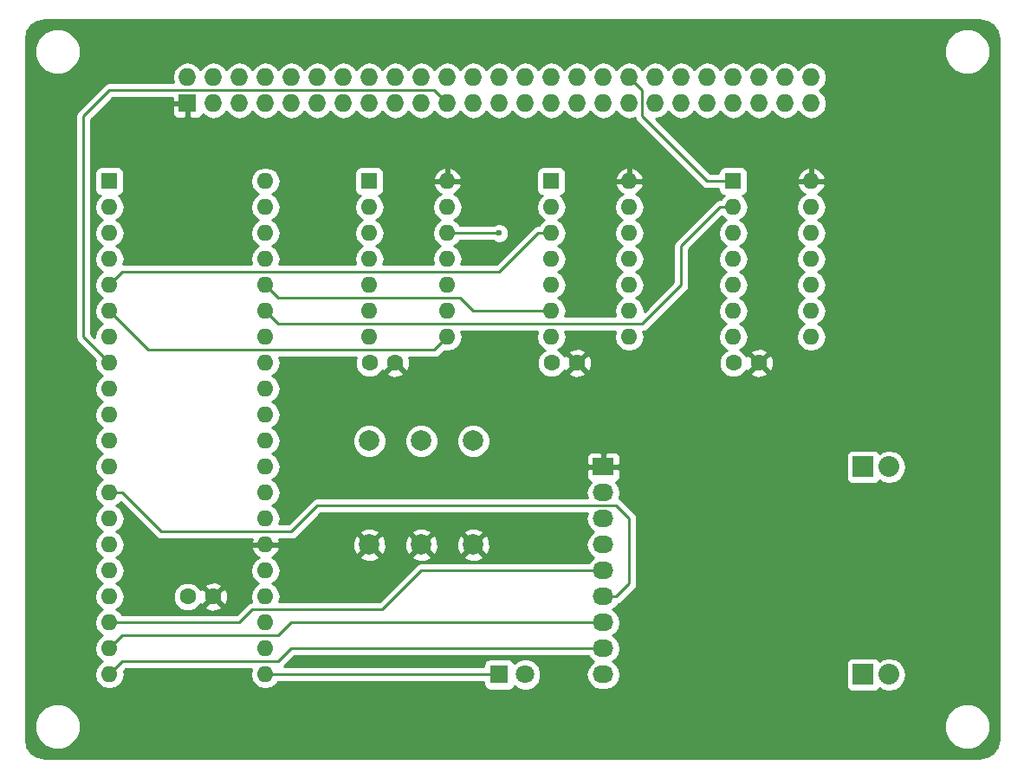
<source format=gbr>
G04 #@! TF.FileFunction,Copper,L1,Top,Signal*
%FSLAX46Y46*%
G04 Gerber Fmt 4.6, Leading zero omitted, Abs format (unit mm)*
G04 Created by KiCad (PCBNEW 4.0.7) date *
%MOMM*%
%LPD*%
G01*
G04 APERTURE LIST*
%ADD10C,0.100000*%
%ADD11C,1.998980*%
%ADD12C,1.600000*%
%ADD13R,1.600000X1.600000*%
%ADD14O,1.600000X1.600000*%
%ADD15R,2.032000X1.727200*%
%ADD16O,2.032000X1.727200*%
%ADD17R,1.800000X1.800000*%
%ADD18C,1.800000*%
%ADD19R,2.032000X2.032000*%
%ADD20O,2.032000X2.032000*%
%ADD21R,1.727200X1.727200*%
%ADD22O,1.727200X1.727200*%
%ADD23C,0.600000*%
%ADD24C,0.250000*%
%ADD25C,0.254000*%
G04 APERTURE END LIST*
D10*
D11*
X129540000Y-101600000D03*
X129540000Y-111760000D03*
X124460000Y-101600000D03*
X124460000Y-111760000D03*
D12*
X109220000Y-116840000D03*
X106720000Y-116840000D03*
X127000000Y-93980000D03*
X124500000Y-93980000D03*
X162560000Y-93980000D03*
X160060000Y-93980000D03*
D13*
X99060000Y-76200000D03*
D14*
X114300000Y-124460000D03*
X99060000Y-78740000D03*
X114300000Y-121920000D03*
X99060000Y-81280000D03*
X114300000Y-119380000D03*
X99060000Y-83820000D03*
X114300000Y-116840000D03*
X99060000Y-86360000D03*
X114300000Y-114300000D03*
X99060000Y-88900000D03*
X114300000Y-111760000D03*
X99060000Y-91440000D03*
X114300000Y-109220000D03*
X99060000Y-93980000D03*
X114300000Y-106680000D03*
X99060000Y-96520000D03*
X114300000Y-104140000D03*
X99060000Y-99060000D03*
X114300000Y-101600000D03*
X99060000Y-101600000D03*
X114300000Y-99060000D03*
X99060000Y-104140000D03*
X114300000Y-96520000D03*
X99060000Y-106680000D03*
X114300000Y-93980000D03*
X99060000Y-109220000D03*
X114300000Y-91440000D03*
X99060000Y-111760000D03*
X114300000Y-88900000D03*
X99060000Y-114300000D03*
X114300000Y-86360000D03*
X99060000Y-116840000D03*
X114300000Y-83820000D03*
X99060000Y-119380000D03*
X114300000Y-81280000D03*
X99060000Y-121920000D03*
X114300000Y-78740000D03*
X99060000Y-124460000D03*
X114300000Y-76200000D03*
D13*
X124460000Y-76200000D03*
D14*
X132080000Y-91440000D03*
X124460000Y-78740000D03*
X132080000Y-88900000D03*
X124460000Y-81280000D03*
X132080000Y-86360000D03*
X124460000Y-83820000D03*
X132080000Y-83820000D03*
X124460000Y-86360000D03*
X132080000Y-81280000D03*
X124460000Y-88900000D03*
X132080000Y-78740000D03*
X124460000Y-91440000D03*
X132080000Y-76200000D03*
D13*
X142240000Y-76200000D03*
D14*
X149860000Y-91440000D03*
X142240000Y-78740000D03*
X149860000Y-88900000D03*
X142240000Y-81280000D03*
X149860000Y-86360000D03*
X142240000Y-83820000D03*
X149860000Y-83820000D03*
X142240000Y-86360000D03*
X149860000Y-81280000D03*
X142240000Y-88900000D03*
X149860000Y-78740000D03*
X142240000Y-91440000D03*
X149860000Y-76200000D03*
D13*
X160020000Y-76200000D03*
D14*
X167640000Y-91440000D03*
X160020000Y-78740000D03*
X167640000Y-88900000D03*
X160020000Y-81280000D03*
X167640000Y-86360000D03*
X160020000Y-83820000D03*
X167640000Y-83820000D03*
X160020000Y-86360000D03*
X167640000Y-81280000D03*
X160020000Y-88900000D03*
X167640000Y-78740000D03*
X160020000Y-91440000D03*
X167640000Y-76200000D03*
D12*
X144780000Y-93980000D03*
X142280000Y-93980000D03*
D15*
X147320000Y-104140000D03*
D16*
X147320000Y-106680000D03*
X147320000Y-109220000D03*
X147320000Y-111760000D03*
X147320000Y-114300000D03*
X147320000Y-116840000D03*
X147320000Y-119380000D03*
X147320000Y-121920000D03*
X147320000Y-124460000D03*
D17*
X137160000Y-124460000D03*
D18*
X139700000Y-124460000D03*
D11*
X134620000Y-101600000D03*
X134620000Y-111760000D03*
D19*
X172720000Y-104140000D03*
D20*
X175260000Y-104140000D03*
D19*
X172720000Y-124460000D03*
D20*
X175260000Y-124460000D03*
D21*
X106680000Y-68580000D03*
D22*
X106680000Y-66040000D03*
X109220000Y-68580000D03*
X109220000Y-66040000D03*
X111760000Y-68580000D03*
X111760000Y-66040000D03*
X114300000Y-68580000D03*
X114300000Y-66040000D03*
X116840000Y-68580000D03*
X116840000Y-66040000D03*
X119380000Y-68580000D03*
X119380000Y-66040000D03*
X121920000Y-68580000D03*
X121920000Y-66040000D03*
X124460000Y-68580000D03*
X124460000Y-66040000D03*
X127000000Y-68580000D03*
X127000000Y-66040000D03*
X129540000Y-68580000D03*
X129540000Y-66040000D03*
X132080000Y-68580000D03*
X132080000Y-66040000D03*
X134620000Y-68580000D03*
X134620000Y-66040000D03*
X137160000Y-68580000D03*
X137160000Y-66040000D03*
X139700000Y-68580000D03*
X139700000Y-66040000D03*
X142240000Y-68580000D03*
X142240000Y-66040000D03*
X144780000Y-68580000D03*
X144780000Y-66040000D03*
X147320000Y-68580000D03*
X147320000Y-66040000D03*
X149860000Y-68580000D03*
X149860000Y-66040000D03*
X152400000Y-68580000D03*
X152400000Y-66040000D03*
X154940000Y-68580000D03*
X154940000Y-66040000D03*
X157480000Y-68580000D03*
X157480000Y-66040000D03*
X160020000Y-68580000D03*
X160020000Y-66040000D03*
X162560000Y-68580000D03*
X162560000Y-66040000D03*
X165100000Y-68580000D03*
X165100000Y-66040000D03*
X167640000Y-68580000D03*
X167640000Y-66040000D03*
D23*
X137160000Y-81280000D03*
D24*
X132080000Y-91440000D02*
X130810000Y-92710000D01*
X102870000Y-92710000D02*
X99060000Y-88900000D01*
X130810000Y-92710000D02*
X102870000Y-92710000D01*
X96520000Y-91440000D02*
X99060000Y-93980000D01*
X96520000Y-69850000D02*
X96520000Y-91440000D01*
X99060000Y-67310000D02*
X96520000Y-69850000D01*
X132080000Y-68580000D02*
X130810000Y-67310000D01*
X130810000Y-67310000D02*
X99060000Y-67310000D01*
X160020000Y-76200000D02*
X157480000Y-76200000D01*
X151130000Y-67310000D02*
X149860000Y-66040000D01*
X151130000Y-69850000D02*
X151130000Y-67310000D01*
X157480000Y-76200000D02*
X151130000Y-69850000D01*
X99060000Y-119380000D02*
X111760000Y-119380000D01*
X129540000Y-114300000D02*
X147320000Y-114300000D01*
X125730000Y-118110000D02*
X129540000Y-114300000D01*
X113030000Y-118110000D02*
X125730000Y-118110000D01*
X111760000Y-119380000D02*
X113030000Y-118110000D01*
X142240000Y-81280000D02*
X140970000Y-81280000D01*
X100330000Y-85090000D02*
X99060000Y-86360000D01*
X137160000Y-85090000D02*
X100330000Y-85090000D01*
X140970000Y-81280000D02*
X137160000Y-85090000D01*
X160020000Y-78740000D02*
X158750000Y-78740000D01*
X115570000Y-90170000D02*
X114300000Y-88900000D01*
X151130000Y-90170000D02*
X115570000Y-90170000D01*
X154940000Y-86360000D02*
X151130000Y-90170000D01*
X154940000Y-82550000D02*
X154940000Y-86360000D01*
X158750000Y-78740000D02*
X154940000Y-82550000D01*
X142240000Y-88900000D02*
X134620000Y-88900000D01*
X115570000Y-87630000D02*
X114300000Y-86360000D01*
X133350000Y-87630000D02*
X115570000Y-87630000D01*
X134620000Y-88900000D02*
X133350000Y-87630000D01*
X137160000Y-124460000D02*
X134620000Y-124460000D01*
X134620000Y-124460000D02*
X114300000Y-124460000D01*
X99060000Y-106680000D02*
X100330000Y-106680000D01*
X148590000Y-116840000D02*
X147320000Y-116840000D01*
X149860000Y-115570000D02*
X148590000Y-116840000D01*
X149860000Y-109220000D02*
X149860000Y-115570000D01*
X148590000Y-107950000D02*
X149860000Y-109220000D01*
X119380000Y-107950000D02*
X148590000Y-107950000D01*
X116840000Y-110490000D02*
X119380000Y-107950000D01*
X104140000Y-110490000D02*
X116840000Y-110490000D01*
X100330000Y-106680000D02*
X104140000Y-110490000D01*
X147320000Y-119380000D02*
X116840000Y-119380000D01*
X100330000Y-120650000D02*
X99060000Y-121920000D01*
X115570000Y-120650000D02*
X100330000Y-120650000D01*
X116840000Y-119380000D02*
X115570000Y-120650000D01*
X147320000Y-121920000D02*
X116840000Y-121920000D01*
X100330000Y-123190000D02*
X99060000Y-124460000D01*
X115570000Y-123190000D02*
X100330000Y-123190000D01*
X116840000Y-121920000D02*
X115570000Y-123190000D01*
X132080000Y-81280000D02*
X137160000Y-81280000D01*
D25*
G36*
X184844989Y-60552152D02*
X185434170Y-60945830D01*
X185827848Y-61535011D01*
X185980000Y-62299931D01*
X185980000Y-130740069D01*
X185827848Y-131504989D01*
X185434170Y-132094170D01*
X184844989Y-132487848D01*
X184080069Y-132640000D01*
X92779931Y-132640000D01*
X92015011Y-132487848D01*
X91425830Y-132094170D01*
X91032152Y-131504989D01*
X90880000Y-130740069D01*
X90880000Y-129982619D01*
X91744613Y-129982619D01*
X92084155Y-130804372D01*
X92712321Y-131433636D01*
X93533481Y-131774611D01*
X94422619Y-131775387D01*
X95244372Y-131435845D01*
X95873636Y-130807679D01*
X96214611Y-129986519D01*
X96214614Y-129982619D01*
X180644613Y-129982619D01*
X180984155Y-130804372D01*
X181612321Y-131433636D01*
X182433481Y-131774611D01*
X183322619Y-131775387D01*
X184144372Y-131435845D01*
X184773636Y-130807679D01*
X185114611Y-129986519D01*
X185115387Y-129097381D01*
X184775845Y-128275628D01*
X184147679Y-127646364D01*
X183326519Y-127305389D01*
X182437381Y-127304613D01*
X181615628Y-127644155D01*
X180986364Y-128272321D01*
X180645389Y-129093481D01*
X180644613Y-129982619D01*
X96214614Y-129982619D01*
X96215387Y-129097381D01*
X95875845Y-128275628D01*
X95247679Y-127646364D01*
X94426519Y-127305389D01*
X93537381Y-127304613D01*
X92715628Y-127644155D01*
X92086364Y-128272321D01*
X91745389Y-129093481D01*
X91744613Y-129982619D01*
X90880000Y-129982619D01*
X90880000Y-69850000D01*
X95760000Y-69850000D01*
X95760000Y-91440000D01*
X95817852Y-91730839D01*
X95982599Y-91977401D01*
X97661312Y-93656114D01*
X97596887Y-93980000D01*
X97706120Y-94529151D01*
X98017189Y-94994698D01*
X98399275Y-95250000D01*
X98017189Y-95505302D01*
X97706120Y-95970849D01*
X97596887Y-96520000D01*
X97706120Y-97069151D01*
X98017189Y-97534698D01*
X98399275Y-97790000D01*
X98017189Y-98045302D01*
X97706120Y-98510849D01*
X97596887Y-99060000D01*
X97706120Y-99609151D01*
X98017189Y-100074698D01*
X98399275Y-100330000D01*
X98017189Y-100585302D01*
X97706120Y-101050849D01*
X97596887Y-101600000D01*
X97706120Y-102149151D01*
X98017189Y-102614698D01*
X98399275Y-102870000D01*
X98017189Y-103125302D01*
X97706120Y-103590849D01*
X97596887Y-104140000D01*
X97706120Y-104689151D01*
X98017189Y-105154698D01*
X98399275Y-105410000D01*
X98017189Y-105665302D01*
X97706120Y-106130849D01*
X97596887Y-106680000D01*
X97706120Y-107229151D01*
X98017189Y-107694698D01*
X98399275Y-107950000D01*
X98017189Y-108205302D01*
X97706120Y-108670849D01*
X97596887Y-109220000D01*
X97706120Y-109769151D01*
X98017189Y-110234698D01*
X98399275Y-110490000D01*
X98017189Y-110745302D01*
X97706120Y-111210849D01*
X97596887Y-111760000D01*
X97706120Y-112309151D01*
X98017189Y-112774698D01*
X98399275Y-113030000D01*
X98017189Y-113285302D01*
X97706120Y-113750849D01*
X97596887Y-114300000D01*
X97706120Y-114849151D01*
X98017189Y-115314698D01*
X98399275Y-115570000D01*
X98017189Y-115825302D01*
X97706120Y-116290849D01*
X97596887Y-116840000D01*
X97706120Y-117389151D01*
X98017189Y-117854698D01*
X98399275Y-118110000D01*
X98017189Y-118365302D01*
X97706120Y-118830849D01*
X97596887Y-119380000D01*
X97706120Y-119929151D01*
X98017189Y-120394698D01*
X98399275Y-120650000D01*
X98017189Y-120905302D01*
X97706120Y-121370849D01*
X97596887Y-121920000D01*
X97706120Y-122469151D01*
X98017189Y-122934698D01*
X98399275Y-123190000D01*
X98017189Y-123445302D01*
X97706120Y-123910849D01*
X97596887Y-124460000D01*
X97706120Y-125009151D01*
X98017189Y-125474698D01*
X98482736Y-125785767D01*
X99031887Y-125895000D01*
X99088113Y-125895000D01*
X99637264Y-125785767D01*
X100102811Y-125474698D01*
X100413880Y-125009151D01*
X100523113Y-124460000D01*
X100458688Y-124136114D01*
X100644802Y-123950000D01*
X112938332Y-123950000D01*
X112836887Y-124460000D01*
X112946120Y-125009151D01*
X113257189Y-125474698D01*
X113722736Y-125785767D01*
X114271887Y-125895000D01*
X114328113Y-125895000D01*
X114877264Y-125785767D01*
X115342811Y-125474698D01*
X115512995Y-125220000D01*
X135612560Y-125220000D01*
X135612560Y-125360000D01*
X135656838Y-125595317D01*
X135795910Y-125811441D01*
X136008110Y-125956431D01*
X136260000Y-126007440D01*
X138060000Y-126007440D01*
X138295317Y-125963162D01*
X138511441Y-125824090D01*
X138656431Y-125611890D01*
X138660567Y-125591466D01*
X138829357Y-125760551D01*
X139393330Y-125994733D01*
X140003991Y-125995265D01*
X140568371Y-125762068D01*
X141000551Y-125330643D01*
X141234733Y-124766670D01*
X141235265Y-124156009D01*
X141002068Y-123591629D01*
X140570643Y-123159449D01*
X140006670Y-122925267D01*
X139396009Y-122924735D01*
X138831629Y-123157932D01*
X138663387Y-123325880D01*
X138663162Y-123324683D01*
X138524090Y-123108559D01*
X138311890Y-122963569D01*
X138060000Y-122912560D01*
X136260000Y-122912560D01*
X136024683Y-122956838D01*
X135808559Y-123095910D01*
X135663569Y-123308110D01*
X135612560Y-123560000D01*
X135612560Y-123700000D01*
X116134802Y-123700000D01*
X117154802Y-122680000D01*
X145875352Y-122680000D01*
X146075585Y-122979670D01*
X146390366Y-123190000D01*
X146075585Y-123400330D01*
X145750729Y-123886511D01*
X145636655Y-124460000D01*
X145750729Y-125033489D01*
X146075585Y-125519670D01*
X146561766Y-125844526D01*
X147135255Y-125958600D01*
X147504745Y-125958600D01*
X148078234Y-125844526D01*
X148564415Y-125519670D01*
X148889271Y-125033489D01*
X149003345Y-124460000D01*
X148889271Y-123886511D01*
X148593595Y-123444000D01*
X171056560Y-123444000D01*
X171056560Y-125476000D01*
X171100838Y-125711317D01*
X171239910Y-125927441D01*
X171452110Y-126072431D01*
X171704000Y-126123440D01*
X173736000Y-126123440D01*
X173971317Y-126079162D01*
X174187441Y-125940090D01*
X174289198Y-125791163D01*
X174628190Y-126017670D01*
X175260000Y-126143345D01*
X175891810Y-126017670D01*
X176427433Y-125659778D01*
X176785325Y-125124155D01*
X176911000Y-124492345D01*
X176911000Y-124427655D01*
X176785325Y-123795845D01*
X176427433Y-123260222D01*
X175891810Y-122902330D01*
X175260000Y-122776655D01*
X174628190Y-122902330D01*
X174288208Y-123129499D01*
X174200090Y-122992559D01*
X173987890Y-122847569D01*
X173736000Y-122796560D01*
X171704000Y-122796560D01*
X171468683Y-122840838D01*
X171252559Y-122979910D01*
X171107569Y-123192110D01*
X171056560Y-123444000D01*
X148593595Y-123444000D01*
X148564415Y-123400330D01*
X148249634Y-123190000D01*
X148564415Y-122979670D01*
X148889271Y-122493489D01*
X149003345Y-121920000D01*
X148889271Y-121346511D01*
X148564415Y-120860330D01*
X148249634Y-120650000D01*
X148564415Y-120439670D01*
X148889271Y-119953489D01*
X149003345Y-119380000D01*
X148889271Y-118806511D01*
X148564415Y-118320330D01*
X148249634Y-118110000D01*
X148564415Y-117899670D01*
X148791419Y-117559935D01*
X148880839Y-117542148D01*
X149127401Y-117377401D01*
X150397401Y-116107401D01*
X150562148Y-115860840D01*
X150620000Y-115570000D01*
X150620000Y-109220000D01*
X150562148Y-108929161D01*
X150562148Y-108929160D01*
X150397401Y-108682599D01*
X149127401Y-107412599D01*
X148889272Y-107253486D01*
X149003345Y-106680000D01*
X148889271Y-106106511D01*
X148564415Y-105620330D01*
X148542220Y-105605500D01*
X148695698Y-105541927D01*
X148874327Y-105363299D01*
X148971000Y-105129910D01*
X148971000Y-104425750D01*
X148812250Y-104267000D01*
X147447000Y-104267000D01*
X147447000Y-104287000D01*
X147193000Y-104287000D01*
X147193000Y-104267000D01*
X145827750Y-104267000D01*
X145669000Y-104425750D01*
X145669000Y-105129910D01*
X145765673Y-105363299D01*
X145944302Y-105541927D01*
X146097780Y-105605500D01*
X146075585Y-105620330D01*
X145750729Y-106106511D01*
X145636655Y-106680000D01*
X145738100Y-107190000D01*
X119380000Y-107190000D01*
X119137414Y-107238254D01*
X119089160Y-107247852D01*
X118842599Y-107412599D01*
X116525198Y-109730000D01*
X115661668Y-109730000D01*
X115763113Y-109220000D01*
X115653880Y-108670849D01*
X115342811Y-108205302D01*
X114960725Y-107950000D01*
X115342811Y-107694698D01*
X115653880Y-107229151D01*
X115763113Y-106680000D01*
X115653880Y-106130849D01*
X115342811Y-105665302D01*
X114960725Y-105410000D01*
X115342811Y-105154698D01*
X115653880Y-104689151D01*
X115763113Y-104140000D01*
X115653880Y-103590849D01*
X115342811Y-103125302D01*
X114960725Y-102870000D01*
X115342811Y-102614698D01*
X115653880Y-102149151D01*
X115698726Y-101923694D01*
X122825226Y-101923694D01*
X123073538Y-102524655D01*
X123532927Y-102984846D01*
X124133453Y-103234206D01*
X124783694Y-103234774D01*
X125384655Y-102986462D01*
X125844846Y-102527073D01*
X126094206Y-101926547D01*
X126094208Y-101923694D01*
X127905226Y-101923694D01*
X128153538Y-102524655D01*
X128612927Y-102984846D01*
X129213453Y-103234206D01*
X129863694Y-103234774D01*
X130464655Y-102986462D01*
X130924846Y-102527073D01*
X131174206Y-101926547D01*
X131174208Y-101923694D01*
X132985226Y-101923694D01*
X133233538Y-102524655D01*
X133692927Y-102984846D01*
X134293453Y-103234206D01*
X134943694Y-103234774D01*
X135148644Y-103150090D01*
X145669000Y-103150090D01*
X145669000Y-103854250D01*
X145827750Y-104013000D01*
X147193000Y-104013000D01*
X147193000Y-102800150D01*
X147447000Y-102800150D01*
X147447000Y-104013000D01*
X148812250Y-104013000D01*
X148971000Y-103854250D01*
X148971000Y-103150090D01*
X148960194Y-103124000D01*
X171056560Y-103124000D01*
X171056560Y-105156000D01*
X171100838Y-105391317D01*
X171239910Y-105607441D01*
X171452110Y-105752431D01*
X171704000Y-105803440D01*
X173736000Y-105803440D01*
X173971317Y-105759162D01*
X174187441Y-105620090D01*
X174289198Y-105471163D01*
X174628190Y-105697670D01*
X175260000Y-105823345D01*
X175891810Y-105697670D01*
X176427433Y-105339778D01*
X176785325Y-104804155D01*
X176911000Y-104172345D01*
X176911000Y-104107655D01*
X176785325Y-103475845D01*
X176427433Y-102940222D01*
X175891810Y-102582330D01*
X175260000Y-102456655D01*
X174628190Y-102582330D01*
X174288208Y-102809499D01*
X174200090Y-102672559D01*
X173987890Y-102527569D01*
X173736000Y-102476560D01*
X171704000Y-102476560D01*
X171468683Y-102520838D01*
X171252559Y-102659910D01*
X171107569Y-102872110D01*
X171056560Y-103124000D01*
X148960194Y-103124000D01*
X148874327Y-102916701D01*
X148695698Y-102738073D01*
X148462309Y-102641400D01*
X147605750Y-102641400D01*
X147447000Y-102800150D01*
X147193000Y-102800150D01*
X147034250Y-102641400D01*
X146177691Y-102641400D01*
X145944302Y-102738073D01*
X145765673Y-102916701D01*
X145669000Y-103150090D01*
X135148644Y-103150090D01*
X135544655Y-102986462D01*
X136004846Y-102527073D01*
X136254206Y-101926547D01*
X136254774Y-101276306D01*
X136006462Y-100675345D01*
X135547073Y-100215154D01*
X134946547Y-99965794D01*
X134296306Y-99965226D01*
X133695345Y-100213538D01*
X133235154Y-100672927D01*
X132985794Y-101273453D01*
X132985226Y-101923694D01*
X131174208Y-101923694D01*
X131174774Y-101276306D01*
X130926462Y-100675345D01*
X130467073Y-100215154D01*
X129866547Y-99965794D01*
X129216306Y-99965226D01*
X128615345Y-100213538D01*
X128155154Y-100672927D01*
X127905794Y-101273453D01*
X127905226Y-101923694D01*
X126094208Y-101923694D01*
X126094774Y-101276306D01*
X125846462Y-100675345D01*
X125387073Y-100215154D01*
X124786547Y-99965794D01*
X124136306Y-99965226D01*
X123535345Y-100213538D01*
X123075154Y-100672927D01*
X122825794Y-101273453D01*
X122825226Y-101923694D01*
X115698726Y-101923694D01*
X115763113Y-101600000D01*
X115653880Y-101050849D01*
X115342811Y-100585302D01*
X114960725Y-100330000D01*
X115342811Y-100074698D01*
X115653880Y-99609151D01*
X115763113Y-99060000D01*
X115653880Y-98510849D01*
X115342811Y-98045302D01*
X114960725Y-97790000D01*
X115342811Y-97534698D01*
X115653880Y-97069151D01*
X115763113Y-96520000D01*
X115653880Y-95970849D01*
X115342811Y-95505302D01*
X114960725Y-95250000D01*
X115342811Y-94994698D01*
X115653880Y-94529151D01*
X115763113Y-93980000D01*
X115661668Y-93470000D01*
X123157976Y-93470000D01*
X123065250Y-93693309D01*
X123064752Y-94264187D01*
X123282757Y-94791800D01*
X123686077Y-95195824D01*
X124213309Y-95414750D01*
X124784187Y-95415248D01*
X125311800Y-95197243D01*
X125521663Y-94987745D01*
X126171861Y-94987745D01*
X126245995Y-95233864D01*
X126783223Y-95426965D01*
X127353454Y-95399778D01*
X127754005Y-95233864D01*
X127828139Y-94987745D01*
X127000000Y-94159605D01*
X126171861Y-94987745D01*
X125521663Y-94987745D01*
X125715824Y-94793923D01*
X125743423Y-94727456D01*
X125746136Y-94734005D01*
X125992255Y-94808139D01*
X126820395Y-93980000D01*
X126806252Y-93965858D01*
X126985858Y-93786253D01*
X127000000Y-93800395D01*
X127014143Y-93786253D01*
X127193748Y-93965858D01*
X127179605Y-93980000D01*
X128007745Y-94808139D01*
X128253864Y-94734005D01*
X128446965Y-94196777D01*
X128419778Y-93626546D01*
X128354934Y-93470000D01*
X130810000Y-93470000D01*
X131100839Y-93412148D01*
X131347401Y-93247401D01*
X131774898Y-92819904D01*
X132051887Y-92875000D01*
X132108113Y-92875000D01*
X132657264Y-92765767D01*
X133122811Y-92454698D01*
X133433880Y-91989151D01*
X133543113Y-91440000D01*
X133441668Y-90930000D01*
X140878332Y-90930000D01*
X140776887Y-91440000D01*
X140886120Y-91989151D01*
X141197189Y-92454698D01*
X141585620Y-92714240D01*
X141468200Y-92762757D01*
X141064176Y-93166077D01*
X140845250Y-93693309D01*
X140844752Y-94264187D01*
X141062757Y-94791800D01*
X141466077Y-95195824D01*
X141993309Y-95414750D01*
X142564187Y-95415248D01*
X143091800Y-95197243D01*
X143301663Y-94987745D01*
X143951861Y-94987745D01*
X144025995Y-95233864D01*
X144563223Y-95426965D01*
X145133454Y-95399778D01*
X145534005Y-95233864D01*
X145608139Y-94987745D01*
X144780000Y-94159605D01*
X143951861Y-94987745D01*
X143301663Y-94987745D01*
X143495824Y-94793923D01*
X143523423Y-94727456D01*
X143526136Y-94734005D01*
X143772255Y-94808139D01*
X144600395Y-93980000D01*
X144959605Y-93980000D01*
X145787745Y-94808139D01*
X146033864Y-94734005D01*
X146226965Y-94196777D01*
X146199778Y-93626546D01*
X146033864Y-93225995D01*
X145787745Y-93151861D01*
X144959605Y-93980000D01*
X144600395Y-93980000D01*
X143772255Y-93151861D01*
X143526136Y-93225995D01*
X143523804Y-93232483D01*
X143497243Y-93168200D01*
X143301640Y-92972255D01*
X143951861Y-92972255D01*
X144780000Y-93800395D01*
X145608139Y-92972255D01*
X145534005Y-92726136D01*
X144996777Y-92533035D01*
X144426546Y-92560222D01*
X144025995Y-92726136D01*
X143951861Y-92972255D01*
X143301640Y-92972255D01*
X143093923Y-92764176D01*
X142924766Y-92693936D01*
X143282811Y-92454698D01*
X143593880Y-91989151D01*
X143703113Y-91440000D01*
X143601668Y-90930000D01*
X148498332Y-90930000D01*
X148396887Y-91440000D01*
X148506120Y-91989151D01*
X148817189Y-92454698D01*
X149282736Y-92765767D01*
X149831887Y-92875000D01*
X149888113Y-92875000D01*
X150437264Y-92765767D01*
X150902811Y-92454698D01*
X151213880Y-91989151D01*
X151323113Y-91440000D01*
X151218179Y-90912460D01*
X151420839Y-90872148D01*
X151667401Y-90707401D01*
X155477401Y-86897401D01*
X155642148Y-86650839D01*
X155700000Y-86360000D01*
X155700000Y-82864802D01*
X158910264Y-79654538D01*
X158977189Y-79754698D01*
X159359275Y-80010000D01*
X158977189Y-80265302D01*
X158666120Y-80730849D01*
X158556887Y-81280000D01*
X158666120Y-81829151D01*
X158977189Y-82294698D01*
X159359275Y-82550000D01*
X158977189Y-82805302D01*
X158666120Y-83270849D01*
X158556887Y-83820000D01*
X158666120Y-84369151D01*
X158977189Y-84834698D01*
X159359275Y-85090000D01*
X158977189Y-85345302D01*
X158666120Y-85810849D01*
X158556887Y-86360000D01*
X158666120Y-86909151D01*
X158977189Y-87374698D01*
X159359275Y-87630000D01*
X158977189Y-87885302D01*
X158666120Y-88350849D01*
X158556887Y-88900000D01*
X158666120Y-89449151D01*
X158977189Y-89914698D01*
X159359275Y-90170000D01*
X158977189Y-90425302D01*
X158666120Y-90890849D01*
X158556887Y-91440000D01*
X158666120Y-91989151D01*
X158977189Y-92454698D01*
X159365620Y-92714240D01*
X159248200Y-92762757D01*
X158844176Y-93166077D01*
X158625250Y-93693309D01*
X158624752Y-94264187D01*
X158842757Y-94791800D01*
X159246077Y-95195824D01*
X159773309Y-95414750D01*
X160344187Y-95415248D01*
X160871800Y-95197243D01*
X161081663Y-94987745D01*
X161731861Y-94987745D01*
X161805995Y-95233864D01*
X162343223Y-95426965D01*
X162913454Y-95399778D01*
X163314005Y-95233864D01*
X163388139Y-94987745D01*
X162560000Y-94159605D01*
X161731861Y-94987745D01*
X161081663Y-94987745D01*
X161275824Y-94793923D01*
X161303423Y-94727456D01*
X161306136Y-94734005D01*
X161552255Y-94808139D01*
X162380395Y-93980000D01*
X162739605Y-93980000D01*
X163567745Y-94808139D01*
X163813864Y-94734005D01*
X164006965Y-94196777D01*
X163979778Y-93626546D01*
X163813864Y-93225995D01*
X163567745Y-93151861D01*
X162739605Y-93980000D01*
X162380395Y-93980000D01*
X161552255Y-93151861D01*
X161306136Y-93225995D01*
X161303804Y-93232483D01*
X161277243Y-93168200D01*
X161081640Y-92972255D01*
X161731861Y-92972255D01*
X162560000Y-93800395D01*
X163388139Y-92972255D01*
X163314005Y-92726136D01*
X162776777Y-92533035D01*
X162206546Y-92560222D01*
X161805995Y-92726136D01*
X161731861Y-92972255D01*
X161081640Y-92972255D01*
X160873923Y-92764176D01*
X160704766Y-92693936D01*
X161062811Y-92454698D01*
X161373880Y-91989151D01*
X161483113Y-91440000D01*
X161373880Y-90890849D01*
X161062811Y-90425302D01*
X160680725Y-90170000D01*
X161062811Y-89914698D01*
X161373880Y-89449151D01*
X161483113Y-88900000D01*
X161373880Y-88350849D01*
X161062811Y-87885302D01*
X160680725Y-87630000D01*
X161062811Y-87374698D01*
X161373880Y-86909151D01*
X161483113Y-86360000D01*
X161373880Y-85810849D01*
X161062811Y-85345302D01*
X160680725Y-85090000D01*
X161062811Y-84834698D01*
X161373880Y-84369151D01*
X161483113Y-83820000D01*
X161373880Y-83270849D01*
X161062811Y-82805302D01*
X160680725Y-82550000D01*
X161062811Y-82294698D01*
X161373880Y-81829151D01*
X161483113Y-81280000D01*
X161373880Y-80730849D01*
X161062811Y-80265302D01*
X160680725Y-80010000D01*
X161062811Y-79754698D01*
X161373880Y-79289151D01*
X161483113Y-78740000D01*
X166176887Y-78740000D01*
X166286120Y-79289151D01*
X166597189Y-79754698D01*
X166979275Y-80010000D01*
X166597189Y-80265302D01*
X166286120Y-80730849D01*
X166176887Y-81280000D01*
X166286120Y-81829151D01*
X166597189Y-82294698D01*
X166979275Y-82550000D01*
X166597189Y-82805302D01*
X166286120Y-83270849D01*
X166176887Y-83820000D01*
X166286120Y-84369151D01*
X166597189Y-84834698D01*
X166979275Y-85090000D01*
X166597189Y-85345302D01*
X166286120Y-85810849D01*
X166176887Y-86360000D01*
X166286120Y-86909151D01*
X166597189Y-87374698D01*
X166979275Y-87630000D01*
X166597189Y-87885302D01*
X166286120Y-88350849D01*
X166176887Y-88900000D01*
X166286120Y-89449151D01*
X166597189Y-89914698D01*
X166979275Y-90170000D01*
X166597189Y-90425302D01*
X166286120Y-90890849D01*
X166176887Y-91440000D01*
X166286120Y-91989151D01*
X166597189Y-92454698D01*
X167062736Y-92765767D01*
X167611887Y-92875000D01*
X167668113Y-92875000D01*
X168217264Y-92765767D01*
X168682811Y-92454698D01*
X168993880Y-91989151D01*
X169103113Y-91440000D01*
X168993880Y-90890849D01*
X168682811Y-90425302D01*
X168300725Y-90170000D01*
X168682811Y-89914698D01*
X168993880Y-89449151D01*
X169103113Y-88900000D01*
X168993880Y-88350849D01*
X168682811Y-87885302D01*
X168300725Y-87630000D01*
X168682811Y-87374698D01*
X168993880Y-86909151D01*
X169103113Y-86360000D01*
X168993880Y-85810849D01*
X168682811Y-85345302D01*
X168300725Y-85090000D01*
X168682811Y-84834698D01*
X168993880Y-84369151D01*
X169103113Y-83820000D01*
X168993880Y-83270849D01*
X168682811Y-82805302D01*
X168300725Y-82550000D01*
X168682811Y-82294698D01*
X168993880Y-81829151D01*
X169103113Y-81280000D01*
X168993880Y-80730849D01*
X168682811Y-80265302D01*
X168300725Y-80010000D01*
X168682811Y-79754698D01*
X168993880Y-79289151D01*
X169103113Y-78740000D01*
X168993880Y-78190849D01*
X168682811Y-77725302D01*
X168278297Y-77455014D01*
X168495134Y-77352389D01*
X168871041Y-76937423D01*
X169031904Y-76549039D01*
X168909915Y-76327000D01*
X167767000Y-76327000D01*
X167767000Y-76347000D01*
X167513000Y-76347000D01*
X167513000Y-76327000D01*
X166370085Y-76327000D01*
X166248096Y-76549039D01*
X166408959Y-76937423D01*
X166784866Y-77352389D01*
X167001703Y-77455014D01*
X166597189Y-77725302D01*
X166286120Y-78190849D01*
X166176887Y-78740000D01*
X161483113Y-78740000D01*
X161373880Y-78190849D01*
X161062811Y-77725302D01*
X160918535Y-77628899D01*
X161055317Y-77603162D01*
X161271441Y-77464090D01*
X161416431Y-77251890D01*
X161467440Y-77000000D01*
X161467440Y-75850961D01*
X166248096Y-75850961D01*
X166370085Y-76073000D01*
X167513000Y-76073000D01*
X167513000Y-74929371D01*
X167767000Y-74929371D01*
X167767000Y-76073000D01*
X168909915Y-76073000D01*
X169031904Y-75850961D01*
X168871041Y-75462577D01*
X168495134Y-75047611D01*
X167989041Y-74808086D01*
X167767000Y-74929371D01*
X167513000Y-74929371D01*
X167290959Y-74808086D01*
X166784866Y-75047611D01*
X166408959Y-75462577D01*
X166248096Y-75850961D01*
X161467440Y-75850961D01*
X161467440Y-75400000D01*
X161423162Y-75164683D01*
X161284090Y-74948559D01*
X161071890Y-74803569D01*
X160820000Y-74752560D01*
X159220000Y-74752560D01*
X158984683Y-74796838D01*
X158768559Y-74935910D01*
X158623569Y-75148110D01*
X158572560Y-75400000D01*
X158572560Y-75440000D01*
X157794802Y-75440000D01*
X152452348Y-70097546D01*
X152973489Y-69993885D01*
X153459670Y-69669029D01*
X153670000Y-69354248D01*
X153880330Y-69669029D01*
X154366511Y-69993885D01*
X154940000Y-70107959D01*
X155513489Y-69993885D01*
X155999670Y-69669029D01*
X156210000Y-69354248D01*
X156420330Y-69669029D01*
X156906511Y-69993885D01*
X157480000Y-70107959D01*
X158053489Y-69993885D01*
X158539670Y-69669029D01*
X158750000Y-69354248D01*
X158960330Y-69669029D01*
X159446511Y-69993885D01*
X160020000Y-70107959D01*
X160593489Y-69993885D01*
X161079670Y-69669029D01*
X161290000Y-69354248D01*
X161500330Y-69669029D01*
X161986511Y-69993885D01*
X162560000Y-70107959D01*
X163133489Y-69993885D01*
X163619670Y-69669029D01*
X163830000Y-69354248D01*
X164040330Y-69669029D01*
X164526511Y-69993885D01*
X165100000Y-70107959D01*
X165673489Y-69993885D01*
X166159670Y-69669029D01*
X166370000Y-69354248D01*
X166580330Y-69669029D01*
X167066511Y-69993885D01*
X167640000Y-70107959D01*
X168213489Y-69993885D01*
X168699670Y-69669029D01*
X169024526Y-69182848D01*
X169138600Y-68609359D01*
X169138600Y-68550641D01*
X169024526Y-67977152D01*
X168699670Y-67490971D01*
X168428828Y-67310000D01*
X168699670Y-67129029D01*
X169024526Y-66642848D01*
X169138600Y-66069359D01*
X169138600Y-66010641D01*
X169024526Y-65437152D01*
X168699670Y-64950971D01*
X168213489Y-64626115D01*
X167640000Y-64512041D01*
X167066511Y-64626115D01*
X166580330Y-64950971D01*
X166370000Y-65265752D01*
X166159670Y-64950971D01*
X165673489Y-64626115D01*
X165100000Y-64512041D01*
X164526511Y-64626115D01*
X164040330Y-64950971D01*
X163830000Y-65265752D01*
X163619670Y-64950971D01*
X163133489Y-64626115D01*
X162560000Y-64512041D01*
X161986511Y-64626115D01*
X161500330Y-64950971D01*
X161290000Y-65265752D01*
X161079670Y-64950971D01*
X160593489Y-64626115D01*
X160020000Y-64512041D01*
X159446511Y-64626115D01*
X158960330Y-64950971D01*
X158750000Y-65265752D01*
X158539670Y-64950971D01*
X158053489Y-64626115D01*
X157480000Y-64512041D01*
X156906511Y-64626115D01*
X156420330Y-64950971D01*
X156210000Y-65265752D01*
X155999670Y-64950971D01*
X155513489Y-64626115D01*
X154940000Y-64512041D01*
X154366511Y-64626115D01*
X153880330Y-64950971D01*
X153670000Y-65265752D01*
X153459670Y-64950971D01*
X152973489Y-64626115D01*
X152400000Y-64512041D01*
X151826511Y-64626115D01*
X151340330Y-64950971D01*
X151130000Y-65265752D01*
X150919670Y-64950971D01*
X150433489Y-64626115D01*
X149860000Y-64512041D01*
X149286511Y-64626115D01*
X148800330Y-64950971D01*
X148590000Y-65265752D01*
X148379670Y-64950971D01*
X147893489Y-64626115D01*
X147320000Y-64512041D01*
X146746511Y-64626115D01*
X146260330Y-64950971D01*
X146050000Y-65265752D01*
X145839670Y-64950971D01*
X145353489Y-64626115D01*
X144780000Y-64512041D01*
X144206511Y-64626115D01*
X143720330Y-64950971D01*
X143510000Y-65265752D01*
X143299670Y-64950971D01*
X142813489Y-64626115D01*
X142240000Y-64512041D01*
X141666511Y-64626115D01*
X141180330Y-64950971D01*
X140970000Y-65265752D01*
X140759670Y-64950971D01*
X140273489Y-64626115D01*
X139700000Y-64512041D01*
X139126511Y-64626115D01*
X138640330Y-64950971D01*
X138430000Y-65265752D01*
X138219670Y-64950971D01*
X137733489Y-64626115D01*
X137160000Y-64512041D01*
X136586511Y-64626115D01*
X136100330Y-64950971D01*
X135890000Y-65265752D01*
X135679670Y-64950971D01*
X135193489Y-64626115D01*
X134620000Y-64512041D01*
X134046511Y-64626115D01*
X133560330Y-64950971D01*
X133350000Y-65265752D01*
X133139670Y-64950971D01*
X132653489Y-64626115D01*
X132080000Y-64512041D01*
X131506511Y-64626115D01*
X131020330Y-64950971D01*
X130810000Y-65265752D01*
X130599670Y-64950971D01*
X130113489Y-64626115D01*
X129540000Y-64512041D01*
X128966511Y-64626115D01*
X128480330Y-64950971D01*
X128270000Y-65265752D01*
X128059670Y-64950971D01*
X127573489Y-64626115D01*
X127000000Y-64512041D01*
X126426511Y-64626115D01*
X125940330Y-64950971D01*
X125730000Y-65265752D01*
X125519670Y-64950971D01*
X125033489Y-64626115D01*
X124460000Y-64512041D01*
X123886511Y-64626115D01*
X123400330Y-64950971D01*
X123190000Y-65265752D01*
X122979670Y-64950971D01*
X122493489Y-64626115D01*
X121920000Y-64512041D01*
X121346511Y-64626115D01*
X120860330Y-64950971D01*
X120650000Y-65265752D01*
X120439670Y-64950971D01*
X119953489Y-64626115D01*
X119380000Y-64512041D01*
X118806511Y-64626115D01*
X118320330Y-64950971D01*
X118110000Y-65265752D01*
X117899670Y-64950971D01*
X117413489Y-64626115D01*
X116840000Y-64512041D01*
X116266511Y-64626115D01*
X115780330Y-64950971D01*
X115570000Y-65265752D01*
X115359670Y-64950971D01*
X114873489Y-64626115D01*
X114300000Y-64512041D01*
X113726511Y-64626115D01*
X113240330Y-64950971D01*
X113030000Y-65265752D01*
X112819670Y-64950971D01*
X112333489Y-64626115D01*
X111760000Y-64512041D01*
X111186511Y-64626115D01*
X110700330Y-64950971D01*
X110490000Y-65265752D01*
X110279670Y-64950971D01*
X109793489Y-64626115D01*
X109220000Y-64512041D01*
X108646511Y-64626115D01*
X108160330Y-64950971D01*
X107950000Y-65265752D01*
X107739670Y-64950971D01*
X107253489Y-64626115D01*
X106680000Y-64512041D01*
X106106511Y-64626115D01*
X105620330Y-64950971D01*
X105295474Y-65437152D01*
X105181400Y-66010641D01*
X105181400Y-66069359D01*
X105277005Y-66550000D01*
X99060000Y-66550000D01*
X98817414Y-66598254D01*
X98769160Y-66607852D01*
X98522599Y-66772599D01*
X95982599Y-69312599D01*
X95817852Y-69559161D01*
X95760000Y-69850000D01*
X90880000Y-69850000D01*
X90880000Y-63942619D01*
X91744613Y-63942619D01*
X92084155Y-64764372D01*
X92712321Y-65393636D01*
X93533481Y-65734611D01*
X94422619Y-65735387D01*
X95244372Y-65395845D01*
X95873636Y-64767679D01*
X96214611Y-63946519D01*
X96214614Y-63942619D01*
X180644613Y-63942619D01*
X180984155Y-64764372D01*
X181612321Y-65393636D01*
X182433481Y-65734611D01*
X183322619Y-65735387D01*
X184144372Y-65395845D01*
X184773636Y-64767679D01*
X185114611Y-63946519D01*
X185115387Y-63057381D01*
X184775845Y-62235628D01*
X184147679Y-61606364D01*
X183326519Y-61265389D01*
X182437381Y-61264613D01*
X181615628Y-61604155D01*
X180986364Y-62232321D01*
X180645389Y-63053481D01*
X180644613Y-63942619D01*
X96214614Y-63942619D01*
X96215387Y-63057381D01*
X95875845Y-62235628D01*
X95247679Y-61606364D01*
X94426519Y-61265389D01*
X93537381Y-61264613D01*
X92715628Y-61604155D01*
X92086364Y-62232321D01*
X91745389Y-63053481D01*
X91744613Y-63942619D01*
X90880000Y-63942619D01*
X90880000Y-62299931D01*
X91032152Y-61535011D01*
X91425830Y-60945830D01*
X92015011Y-60552152D01*
X92779931Y-60400000D01*
X184080069Y-60400000D01*
X184844989Y-60552152D01*
X184844989Y-60552152D01*
G37*
X184844989Y-60552152D02*
X185434170Y-60945830D01*
X185827848Y-61535011D01*
X185980000Y-62299931D01*
X185980000Y-130740069D01*
X185827848Y-131504989D01*
X185434170Y-132094170D01*
X184844989Y-132487848D01*
X184080069Y-132640000D01*
X92779931Y-132640000D01*
X92015011Y-132487848D01*
X91425830Y-132094170D01*
X91032152Y-131504989D01*
X90880000Y-130740069D01*
X90880000Y-129982619D01*
X91744613Y-129982619D01*
X92084155Y-130804372D01*
X92712321Y-131433636D01*
X93533481Y-131774611D01*
X94422619Y-131775387D01*
X95244372Y-131435845D01*
X95873636Y-130807679D01*
X96214611Y-129986519D01*
X96214614Y-129982619D01*
X180644613Y-129982619D01*
X180984155Y-130804372D01*
X181612321Y-131433636D01*
X182433481Y-131774611D01*
X183322619Y-131775387D01*
X184144372Y-131435845D01*
X184773636Y-130807679D01*
X185114611Y-129986519D01*
X185115387Y-129097381D01*
X184775845Y-128275628D01*
X184147679Y-127646364D01*
X183326519Y-127305389D01*
X182437381Y-127304613D01*
X181615628Y-127644155D01*
X180986364Y-128272321D01*
X180645389Y-129093481D01*
X180644613Y-129982619D01*
X96214614Y-129982619D01*
X96215387Y-129097381D01*
X95875845Y-128275628D01*
X95247679Y-127646364D01*
X94426519Y-127305389D01*
X93537381Y-127304613D01*
X92715628Y-127644155D01*
X92086364Y-128272321D01*
X91745389Y-129093481D01*
X91744613Y-129982619D01*
X90880000Y-129982619D01*
X90880000Y-69850000D01*
X95760000Y-69850000D01*
X95760000Y-91440000D01*
X95817852Y-91730839D01*
X95982599Y-91977401D01*
X97661312Y-93656114D01*
X97596887Y-93980000D01*
X97706120Y-94529151D01*
X98017189Y-94994698D01*
X98399275Y-95250000D01*
X98017189Y-95505302D01*
X97706120Y-95970849D01*
X97596887Y-96520000D01*
X97706120Y-97069151D01*
X98017189Y-97534698D01*
X98399275Y-97790000D01*
X98017189Y-98045302D01*
X97706120Y-98510849D01*
X97596887Y-99060000D01*
X97706120Y-99609151D01*
X98017189Y-100074698D01*
X98399275Y-100330000D01*
X98017189Y-100585302D01*
X97706120Y-101050849D01*
X97596887Y-101600000D01*
X97706120Y-102149151D01*
X98017189Y-102614698D01*
X98399275Y-102870000D01*
X98017189Y-103125302D01*
X97706120Y-103590849D01*
X97596887Y-104140000D01*
X97706120Y-104689151D01*
X98017189Y-105154698D01*
X98399275Y-105410000D01*
X98017189Y-105665302D01*
X97706120Y-106130849D01*
X97596887Y-106680000D01*
X97706120Y-107229151D01*
X98017189Y-107694698D01*
X98399275Y-107950000D01*
X98017189Y-108205302D01*
X97706120Y-108670849D01*
X97596887Y-109220000D01*
X97706120Y-109769151D01*
X98017189Y-110234698D01*
X98399275Y-110490000D01*
X98017189Y-110745302D01*
X97706120Y-111210849D01*
X97596887Y-111760000D01*
X97706120Y-112309151D01*
X98017189Y-112774698D01*
X98399275Y-113030000D01*
X98017189Y-113285302D01*
X97706120Y-113750849D01*
X97596887Y-114300000D01*
X97706120Y-114849151D01*
X98017189Y-115314698D01*
X98399275Y-115570000D01*
X98017189Y-115825302D01*
X97706120Y-116290849D01*
X97596887Y-116840000D01*
X97706120Y-117389151D01*
X98017189Y-117854698D01*
X98399275Y-118110000D01*
X98017189Y-118365302D01*
X97706120Y-118830849D01*
X97596887Y-119380000D01*
X97706120Y-119929151D01*
X98017189Y-120394698D01*
X98399275Y-120650000D01*
X98017189Y-120905302D01*
X97706120Y-121370849D01*
X97596887Y-121920000D01*
X97706120Y-122469151D01*
X98017189Y-122934698D01*
X98399275Y-123190000D01*
X98017189Y-123445302D01*
X97706120Y-123910849D01*
X97596887Y-124460000D01*
X97706120Y-125009151D01*
X98017189Y-125474698D01*
X98482736Y-125785767D01*
X99031887Y-125895000D01*
X99088113Y-125895000D01*
X99637264Y-125785767D01*
X100102811Y-125474698D01*
X100413880Y-125009151D01*
X100523113Y-124460000D01*
X100458688Y-124136114D01*
X100644802Y-123950000D01*
X112938332Y-123950000D01*
X112836887Y-124460000D01*
X112946120Y-125009151D01*
X113257189Y-125474698D01*
X113722736Y-125785767D01*
X114271887Y-125895000D01*
X114328113Y-125895000D01*
X114877264Y-125785767D01*
X115342811Y-125474698D01*
X115512995Y-125220000D01*
X135612560Y-125220000D01*
X135612560Y-125360000D01*
X135656838Y-125595317D01*
X135795910Y-125811441D01*
X136008110Y-125956431D01*
X136260000Y-126007440D01*
X138060000Y-126007440D01*
X138295317Y-125963162D01*
X138511441Y-125824090D01*
X138656431Y-125611890D01*
X138660567Y-125591466D01*
X138829357Y-125760551D01*
X139393330Y-125994733D01*
X140003991Y-125995265D01*
X140568371Y-125762068D01*
X141000551Y-125330643D01*
X141234733Y-124766670D01*
X141235265Y-124156009D01*
X141002068Y-123591629D01*
X140570643Y-123159449D01*
X140006670Y-122925267D01*
X139396009Y-122924735D01*
X138831629Y-123157932D01*
X138663387Y-123325880D01*
X138663162Y-123324683D01*
X138524090Y-123108559D01*
X138311890Y-122963569D01*
X138060000Y-122912560D01*
X136260000Y-122912560D01*
X136024683Y-122956838D01*
X135808559Y-123095910D01*
X135663569Y-123308110D01*
X135612560Y-123560000D01*
X135612560Y-123700000D01*
X116134802Y-123700000D01*
X117154802Y-122680000D01*
X145875352Y-122680000D01*
X146075585Y-122979670D01*
X146390366Y-123190000D01*
X146075585Y-123400330D01*
X145750729Y-123886511D01*
X145636655Y-124460000D01*
X145750729Y-125033489D01*
X146075585Y-125519670D01*
X146561766Y-125844526D01*
X147135255Y-125958600D01*
X147504745Y-125958600D01*
X148078234Y-125844526D01*
X148564415Y-125519670D01*
X148889271Y-125033489D01*
X149003345Y-124460000D01*
X148889271Y-123886511D01*
X148593595Y-123444000D01*
X171056560Y-123444000D01*
X171056560Y-125476000D01*
X171100838Y-125711317D01*
X171239910Y-125927441D01*
X171452110Y-126072431D01*
X171704000Y-126123440D01*
X173736000Y-126123440D01*
X173971317Y-126079162D01*
X174187441Y-125940090D01*
X174289198Y-125791163D01*
X174628190Y-126017670D01*
X175260000Y-126143345D01*
X175891810Y-126017670D01*
X176427433Y-125659778D01*
X176785325Y-125124155D01*
X176911000Y-124492345D01*
X176911000Y-124427655D01*
X176785325Y-123795845D01*
X176427433Y-123260222D01*
X175891810Y-122902330D01*
X175260000Y-122776655D01*
X174628190Y-122902330D01*
X174288208Y-123129499D01*
X174200090Y-122992559D01*
X173987890Y-122847569D01*
X173736000Y-122796560D01*
X171704000Y-122796560D01*
X171468683Y-122840838D01*
X171252559Y-122979910D01*
X171107569Y-123192110D01*
X171056560Y-123444000D01*
X148593595Y-123444000D01*
X148564415Y-123400330D01*
X148249634Y-123190000D01*
X148564415Y-122979670D01*
X148889271Y-122493489D01*
X149003345Y-121920000D01*
X148889271Y-121346511D01*
X148564415Y-120860330D01*
X148249634Y-120650000D01*
X148564415Y-120439670D01*
X148889271Y-119953489D01*
X149003345Y-119380000D01*
X148889271Y-118806511D01*
X148564415Y-118320330D01*
X148249634Y-118110000D01*
X148564415Y-117899670D01*
X148791419Y-117559935D01*
X148880839Y-117542148D01*
X149127401Y-117377401D01*
X150397401Y-116107401D01*
X150562148Y-115860840D01*
X150620000Y-115570000D01*
X150620000Y-109220000D01*
X150562148Y-108929161D01*
X150562148Y-108929160D01*
X150397401Y-108682599D01*
X149127401Y-107412599D01*
X148889272Y-107253486D01*
X149003345Y-106680000D01*
X148889271Y-106106511D01*
X148564415Y-105620330D01*
X148542220Y-105605500D01*
X148695698Y-105541927D01*
X148874327Y-105363299D01*
X148971000Y-105129910D01*
X148971000Y-104425750D01*
X148812250Y-104267000D01*
X147447000Y-104267000D01*
X147447000Y-104287000D01*
X147193000Y-104287000D01*
X147193000Y-104267000D01*
X145827750Y-104267000D01*
X145669000Y-104425750D01*
X145669000Y-105129910D01*
X145765673Y-105363299D01*
X145944302Y-105541927D01*
X146097780Y-105605500D01*
X146075585Y-105620330D01*
X145750729Y-106106511D01*
X145636655Y-106680000D01*
X145738100Y-107190000D01*
X119380000Y-107190000D01*
X119137414Y-107238254D01*
X119089160Y-107247852D01*
X118842599Y-107412599D01*
X116525198Y-109730000D01*
X115661668Y-109730000D01*
X115763113Y-109220000D01*
X115653880Y-108670849D01*
X115342811Y-108205302D01*
X114960725Y-107950000D01*
X115342811Y-107694698D01*
X115653880Y-107229151D01*
X115763113Y-106680000D01*
X115653880Y-106130849D01*
X115342811Y-105665302D01*
X114960725Y-105410000D01*
X115342811Y-105154698D01*
X115653880Y-104689151D01*
X115763113Y-104140000D01*
X115653880Y-103590849D01*
X115342811Y-103125302D01*
X114960725Y-102870000D01*
X115342811Y-102614698D01*
X115653880Y-102149151D01*
X115698726Y-101923694D01*
X122825226Y-101923694D01*
X123073538Y-102524655D01*
X123532927Y-102984846D01*
X124133453Y-103234206D01*
X124783694Y-103234774D01*
X125384655Y-102986462D01*
X125844846Y-102527073D01*
X126094206Y-101926547D01*
X126094208Y-101923694D01*
X127905226Y-101923694D01*
X128153538Y-102524655D01*
X128612927Y-102984846D01*
X129213453Y-103234206D01*
X129863694Y-103234774D01*
X130464655Y-102986462D01*
X130924846Y-102527073D01*
X131174206Y-101926547D01*
X131174208Y-101923694D01*
X132985226Y-101923694D01*
X133233538Y-102524655D01*
X133692927Y-102984846D01*
X134293453Y-103234206D01*
X134943694Y-103234774D01*
X135148644Y-103150090D01*
X145669000Y-103150090D01*
X145669000Y-103854250D01*
X145827750Y-104013000D01*
X147193000Y-104013000D01*
X147193000Y-102800150D01*
X147447000Y-102800150D01*
X147447000Y-104013000D01*
X148812250Y-104013000D01*
X148971000Y-103854250D01*
X148971000Y-103150090D01*
X148960194Y-103124000D01*
X171056560Y-103124000D01*
X171056560Y-105156000D01*
X171100838Y-105391317D01*
X171239910Y-105607441D01*
X171452110Y-105752431D01*
X171704000Y-105803440D01*
X173736000Y-105803440D01*
X173971317Y-105759162D01*
X174187441Y-105620090D01*
X174289198Y-105471163D01*
X174628190Y-105697670D01*
X175260000Y-105823345D01*
X175891810Y-105697670D01*
X176427433Y-105339778D01*
X176785325Y-104804155D01*
X176911000Y-104172345D01*
X176911000Y-104107655D01*
X176785325Y-103475845D01*
X176427433Y-102940222D01*
X175891810Y-102582330D01*
X175260000Y-102456655D01*
X174628190Y-102582330D01*
X174288208Y-102809499D01*
X174200090Y-102672559D01*
X173987890Y-102527569D01*
X173736000Y-102476560D01*
X171704000Y-102476560D01*
X171468683Y-102520838D01*
X171252559Y-102659910D01*
X171107569Y-102872110D01*
X171056560Y-103124000D01*
X148960194Y-103124000D01*
X148874327Y-102916701D01*
X148695698Y-102738073D01*
X148462309Y-102641400D01*
X147605750Y-102641400D01*
X147447000Y-102800150D01*
X147193000Y-102800150D01*
X147034250Y-102641400D01*
X146177691Y-102641400D01*
X145944302Y-102738073D01*
X145765673Y-102916701D01*
X145669000Y-103150090D01*
X135148644Y-103150090D01*
X135544655Y-102986462D01*
X136004846Y-102527073D01*
X136254206Y-101926547D01*
X136254774Y-101276306D01*
X136006462Y-100675345D01*
X135547073Y-100215154D01*
X134946547Y-99965794D01*
X134296306Y-99965226D01*
X133695345Y-100213538D01*
X133235154Y-100672927D01*
X132985794Y-101273453D01*
X132985226Y-101923694D01*
X131174208Y-101923694D01*
X131174774Y-101276306D01*
X130926462Y-100675345D01*
X130467073Y-100215154D01*
X129866547Y-99965794D01*
X129216306Y-99965226D01*
X128615345Y-100213538D01*
X128155154Y-100672927D01*
X127905794Y-101273453D01*
X127905226Y-101923694D01*
X126094208Y-101923694D01*
X126094774Y-101276306D01*
X125846462Y-100675345D01*
X125387073Y-100215154D01*
X124786547Y-99965794D01*
X124136306Y-99965226D01*
X123535345Y-100213538D01*
X123075154Y-100672927D01*
X122825794Y-101273453D01*
X122825226Y-101923694D01*
X115698726Y-101923694D01*
X115763113Y-101600000D01*
X115653880Y-101050849D01*
X115342811Y-100585302D01*
X114960725Y-100330000D01*
X115342811Y-100074698D01*
X115653880Y-99609151D01*
X115763113Y-99060000D01*
X115653880Y-98510849D01*
X115342811Y-98045302D01*
X114960725Y-97790000D01*
X115342811Y-97534698D01*
X115653880Y-97069151D01*
X115763113Y-96520000D01*
X115653880Y-95970849D01*
X115342811Y-95505302D01*
X114960725Y-95250000D01*
X115342811Y-94994698D01*
X115653880Y-94529151D01*
X115763113Y-93980000D01*
X115661668Y-93470000D01*
X123157976Y-93470000D01*
X123065250Y-93693309D01*
X123064752Y-94264187D01*
X123282757Y-94791800D01*
X123686077Y-95195824D01*
X124213309Y-95414750D01*
X124784187Y-95415248D01*
X125311800Y-95197243D01*
X125521663Y-94987745D01*
X126171861Y-94987745D01*
X126245995Y-95233864D01*
X126783223Y-95426965D01*
X127353454Y-95399778D01*
X127754005Y-95233864D01*
X127828139Y-94987745D01*
X127000000Y-94159605D01*
X126171861Y-94987745D01*
X125521663Y-94987745D01*
X125715824Y-94793923D01*
X125743423Y-94727456D01*
X125746136Y-94734005D01*
X125992255Y-94808139D01*
X126820395Y-93980000D01*
X126806252Y-93965858D01*
X126985858Y-93786253D01*
X127000000Y-93800395D01*
X127014143Y-93786253D01*
X127193748Y-93965858D01*
X127179605Y-93980000D01*
X128007745Y-94808139D01*
X128253864Y-94734005D01*
X128446965Y-94196777D01*
X128419778Y-93626546D01*
X128354934Y-93470000D01*
X130810000Y-93470000D01*
X131100839Y-93412148D01*
X131347401Y-93247401D01*
X131774898Y-92819904D01*
X132051887Y-92875000D01*
X132108113Y-92875000D01*
X132657264Y-92765767D01*
X133122811Y-92454698D01*
X133433880Y-91989151D01*
X133543113Y-91440000D01*
X133441668Y-90930000D01*
X140878332Y-90930000D01*
X140776887Y-91440000D01*
X140886120Y-91989151D01*
X141197189Y-92454698D01*
X141585620Y-92714240D01*
X141468200Y-92762757D01*
X141064176Y-93166077D01*
X140845250Y-93693309D01*
X140844752Y-94264187D01*
X141062757Y-94791800D01*
X141466077Y-95195824D01*
X141993309Y-95414750D01*
X142564187Y-95415248D01*
X143091800Y-95197243D01*
X143301663Y-94987745D01*
X143951861Y-94987745D01*
X144025995Y-95233864D01*
X144563223Y-95426965D01*
X145133454Y-95399778D01*
X145534005Y-95233864D01*
X145608139Y-94987745D01*
X144780000Y-94159605D01*
X143951861Y-94987745D01*
X143301663Y-94987745D01*
X143495824Y-94793923D01*
X143523423Y-94727456D01*
X143526136Y-94734005D01*
X143772255Y-94808139D01*
X144600395Y-93980000D01*
X144959605Y-93980000D01*
X145787745Y-94808139D01*
X146033864Y-94734005D01*
X146226965Y-94196777D01*
X146199778Y-93626546D01*
X146033864Y-93225995D01*
X145787745Y-93151861D01*
X144959605Y-93980000D01*
X144600395Y-93980000D01*
X143772255Y-93151861D01*
X143526136Y-93225995D01*
X143523804Y-93232483D01*
X143497243Y-93168200D01*
X143301640Y-92972255D01*
X143951861Y-92972255D01*
X144780000Y-93800395D01*
X145608139Y-92972255D01*
X145534005Y-92726136D01*
X144996777Y-92533035D01*
X144426546Y-92560222D01*
X144025995Y-92726136D01*
X143951861Y-92972255D01*
X143301640Y-92972255D01*
X143093923Y-92764176D01*
X142924766Y-92693936D01*
X143282811Y-92454698D01*
X143593880Y-91989151D01*
X143703113Y-91440000D01*
X143601668Y-90930000D01*
X148498332Y-90930000D01*
X148396887Y-91440000D01*
X148506120Y-91989151D01*
X148817189Y-92454698D01*
X149282736Y-92765767D01*
X149831887Y-92875000D01*
X149888113Y-92875000D01*
X150437264Y-92765767D01*
X150902811Y-92454698D01*
X151213880Y-91989151D01*
X151323113Y-91440000D01*
X151218179Y-90912460D01*
X151420839Y-90872148D01*
X151667401Y-90707401D01*
X155477401Y-86897401D01*
X155642148Y-86650839D01*
X155700000Y-86360000D01*
X155700000Y-82864802D01*
X158910264Y-79654538D01*
X158977189Y-79754698D01*
X159359275Y-80010000D01*
X158977189Y-80265302D01*
X158666120Y-80730849D01*
X158556887Y-81280000D01*
X158666120Y-81829151D01*
X158977189Y-82294698D01*
X159359275Y-82550000D01*
X158977189Y-82805302D01*
X158666120Y-83270849D01*
X158556887Y-83820000D01*
X158666120Y-84369151D01*
X158977189Y-84834698D01*
X159359275Y-85090000D01*
X158977189Y-85345302D01*
X158666120Y-85810849D01*
X158556887Y-86360000D01*
X158666120Y-86909151D01*
X158977189Y-87374698D01*
X159359275Y-87630000D01*
X158977189Y-87885302D01*
X158666120Y-88350849D01*
X158556887Y-88900000D01*
X158666120Y-89449151D01*
X158977189Y-89914698D01*
X159359275Y-90170000D01*
X158977189Y-90425302D01*
X158666120Y-90890849D01*
X158556887Y-91440000D01*
X158666120Y-91989151D01*
X158977189Y-92454698D01*
X159365620Y-92714240D01*
X159248200Y-92762757D01*
X158844176Y-93166077D01*
X158625250Y-93693309D01*
X158624752Y-94264187D01*
X158842757Y-94791800D01*
X159246077Y-95195824D01*
X159773309Y-95414750D01*
X160344187Y-95415248D01*
X160871800Y-95197243D01*
X161081663Y-94987745D01*
X161731861Y-94987745D01*
X161805995Y-95233864D01*
X162343223Y-95426965D01*
X162913454Y-95399778D01*
X163314005Y-95233864D01*
X163388139Y-94987745D01*
X162560000Y-94159605D01*
X161731861Y-94987745D01*
X161081663Y-94987745D01*
X161275824Y-94793923D01*
X161303423Y-94727456D01*
X161306136Y-94734005D01*
X161552255Y-94808139D01*
X162380395Y-93980000D01*
X162739605Y-93980000D01*
X163567745Y-94808139D01*
X163813864Y-94734005D01*
X164006965Y-94196777D01*
X163979778Y-93626546D01*
X163813864Y-93225995D01*
X163567745Y-93151861D01*
X162739605Y-93980000D01*
X162380395Y-93980000D01*
X161552255Y-93151861D01*
X161306136Y-93225995D01*
X161303804Y-93232483D01*
X161277243Y-93168200D01*
X161081640Y-92972255D01*
X161731861Y-92972255D01*
X162560000Y-93800395D01*
X163388139Y-92972255D01*
X163314005Y-92726136D01*
X162776777Y-92533035D01*
X162206546Y-92560222D01*
X161805995Y-92726136D01*
X161731861Y-92972255D01*
X161081640Y-92972255D01*
X160873923Y-92764176D01*
X160704766Y-92693936D01*
X161062811Y-92454698D01*
X161373880Y-91989151D01*
X161483113Y-91440000D01*
X161373880Y-90890849D01*
X161062811Y-90425302D01*
X160680725Y-90170000D01*
X161062811Y-89914698D01*
X161373880Y-89449151D01*
X161483113Y-88900000D01*
X161373880Y-88350849D01*
X161062811Y-87885302D01*
X160680725Y-87630000D01*
X161062811Y-87374698D01*
X161373880Y-86909151D01*
X161483113Y-86360000D01*
X161373880Y-85810849D01*
X161062811Y-85345302D01*
X160680725Y-85090000D01*
X161062811Y-84834698D01*
X161373880Y-84369151D01*
X161483113Y-83820000D01*
X161373880Y-83270849D01*
X161062811Y-82805302D01*
X160680725Y-82550000D01*
X161062811Y-82294698D01*
X161373880Y-81829151D01*
X161483113Y-81280000D01*
X161373880Y-80730849D01*
X161062811Y-80265302D01*
X160680725Y-80010000D01*
X161062811Y-79754698D01*
X161373880Y-79289151D01*
X161483113Y-78740000D01*
X166176887Y-78740000D01*
X166286120Y-79289151D01*
X166597189Y-79754698D01*
X166979275Y-80010000D01*
X166597189Y-80265302D01*
X166286120Y-80730849D01*
X166176887Y-81280000D01*
X166286120Y-81829151D01*
X166597189Y-82294698D01*
X166979275Y-82550000D01*
X166597189Y-82805302D01*
X166286120Y-83270849D01*
X166176887Y-83820000D01*
X166286120Y-84369151D01*
X166597189Y-84834698D01*
X166979275Y-85090000D01*
X166597189Y-85345302D01*
X166286120Y-85810849D01*
X166176887Y-86360000D01*
X166286120Y-86909151D01*
X166597189Y-87374698D01*
X166979275Y-87630000D01*
X166597189Y-87885302D01*
X166286120Y-88350849D01*
X166176887Y-88900000D01*
X166286120Y-89449151D01*
X166597189Y-89914698D01*
X166979275Y-90170000D01*
X166597189Y-90425302D01*
X166286120Y-90890849D01*
X166176887Y-91440000D01*
X166286120Y-91989151D01*
X166597189Y-92454698D01*
X167062736Y-92765767D01*
X167611887Y-92875000D01*
X167668113Y-92875000D01*
X168217264Y-92765767D01*
X168682811Y-92454698D01*
X168993880Y-91989151D01*
X169103113Y-91440000D01*
X168993880Y-90890849D01*
X168682811Y-90425302D01*
X168300725Y-90170000D01*
X168682811Y-89914698D01*
X168993880Y-89449151D01*
X169103113Y-88900000D01*
X168993880Y-88350849D01*
X168682811Y-87885302D01*
X168300725Y-87630000D01*
X168682811Y-87374698D01*
X168993880Y-86909151D01*
X169103113Y-86360000D01*
X168993880Y-85810849D01*
X168682811Y-85345302D01*
X168300725Y-85090000D01*
X168682811Y-84834698D01*
X168993880Y-84369151D01*
X169103113Y-83820000D01*
X168993880Y-83270849D01*
X168682811Y-82805302D01*
X168300725Y-82550000D01*
X168682811Y-82294698D01*
X168993880Y-81829151D01*
X169103113Y-81280000D01*
X168993880Y-80730849D01*
X168682811Y-80265302D01*
X168300725Y-80010000D01*
X168682811Y-79754698D01*
X168993880Y-79289151D01*
X169103113Y-78740000D01*
X168993880Y-78190849D01*
X168682811Y-77725302D01*
X168278297Y-77455014D01*
X168495134Y-77352389D01*
X168871041Y-76937423D01*
X169031904Y-76549039D01*
X168909915Y-76327000D01*
X167767000Y-76327000D01*
X167767000Y-76347000D01*
X167513000Y-76347000D01*
X167513000Y-76327000D01*
X166370085Y-76327000D01*
X166248096Y-76549039D01*
X166408959Y-76937423D01*
X166784866Y-77352389D01*
X167001703Y-77455014D01*
X166597189Y-77725302D01*
X166286120Y-78190849D01*
X166176887Y-78740000D01*
X161483113Y-78740000D01*
X161373880Y-78190849D01*
X161062811Y-77725302D01*
X160918535Y-77628899D01*
X161055317Y-77603162D01*
X161271441Y-77464090D01*
X161416431Y-77251890D01*
X161467440Y-77000000D01*
X161467440Y-75850961D01*
X166248096Y-75850961D01*
X166370085Y-76073000D01*
X167513000Y-76073000D01*
X167513000Y-74929371D01*
X167767000Y-74929371D01*
X167767000Y-76073000D01*
X168909915Y-76073000D01*
X169031904Y-75850961D01*
X168871041Y-75462577D01*
X168495134Y-75047611D01*
X167989041Y-74808086D01*
X167767000Y-74929371D01*
X167513000Y-74929371D01*
X167290959Y-74808086D01*
X166784866Y-75047611D01*
X166408959Y-75462577D01*
X166248096Y-75850961D01*
X161467440Y-75850961D01*
X161467440Y-75400000D01*
X161423162Y-75164683D01*
X161284090Y-74948559D01*
X161071890Y-74803569D01*
X160820000Y-74752560D01*
X159220000Y-74752560D01*
X158984683Y-74796838D01*
X158768559Y-74935910D01*
X158623569Y-75148110D01*
X158572560Y-75400000D01*
X158572560Y-75440000D01*
X157794802Y-75440000D01*
X152452348Y-70097546D01*
X152973489Y-69993885D01*
X153459670Y-69669029D01*
X153670000Y-69354248D01*
X153880330Y-69669029D01*
X154366511Y-69993885D01*
X154940000Y-70107959D01*
X155513489Y-69993885D01*
X155999670Y-69669029D01*
X156210000Y-69354248D01*
X156420330Y-69669029D01*
X156906511Y-69993885D01*
X157480000Y-70107959D01*
X158053489Y-69993885D01*
X158539670Y-69669029D01*
X158750000Y-69354248D01*
X158960330Y-69669029D01*
X159446511Y-69993885D01*
X160020000Y-70107959D01*
X160593489Y-69993885D01*
X161079670Y-69669029D01*
X161290000Y-69354248D01*
X161500330Y-69669029D01*
X161986511Y-69993885D01*
X162560000Y-70107959D01*
X163133489Y-69993885D01*
X163619670Y-69669029D01*
X163830000Y-69354248D01*
X164040330Y-69669029D01*
X164526511Y-69993885D01*
X165100000Y-70107959D01*
X165673489Y-69993885D01*
X166159670Y-69669029D01*
X166370000Y-69354248D01*
X166580330Y-69669029D01*
X167066511Y-69993885D01*
X167640000Y-70107959D01*
X168213489Y-69993885D01*
X168699670Y-69669029D01*
X169024526Y-69182848D01*
X169138600Y-68609359D01*
X169138600Y-68550641D01*
X169024526Y-67977152D01*
X168699670Y-67490971D01*
X168428828Y-67310000D01*
X168699670Y-67129029D01*
X169024526Y-66642848D01*
X169138600Y-66069359D01*
X169138600Y-66010641D01*
X169024526Y-65437152D01*
X168699670Y-64950971D01*
X168213489Y-64626115D01*
X167640000Y-64512041D01*
X167066511Y-64626115D01*
X166580330Y-64950971D01*
X166370000Y-65265752D01*
X166159670Y-64950971D01*
X165673489Y-64626115D01*
X165100000Y-64512041D01*
X164526511Y-64626115D01*
X164040330Y-64950971D01*
X163830000Y-65265752D01*
X163619670Y-64950971D01*
X163133489Y-64626115D01*
X162560000Y-64512041D01*
X161986511Y-64626115D01*
X161500330Y-64950971D01*
X161290000Y-65265752D01*
X161079670Y-64950971D01*
X160593489Y-64626115D01*
X160020000Y-64512041D01*
X159446511Y-64626115D01*
X158960330Y-64950971D01*
X158750000Y-65265752D01*
X158539670Y-64950971D01*
X158053489Y-64626115D01*
X157480000Y-64512041D01*
X156906511Y-64626115D01*
X156420330Y-64950971D01*
X156210000Y-65265752D01*
X155999670Y-64950971D01*
X155513489Y-64626115D01*
X154940000Y-64512041D01*
X154366511Y-64626115D01*
X153880330Y-64950971D01*
X153670000Y-65265752D01*
X153459670Y-64950971D01*
X152973489Y-64626115D01*
X152400000Y-64512041D01*
X151826511Y-64626115D01*
X151340330Y-64950971D01*
X151130000Y-65265752D01*
X150919670Y-64950971D01*
X150433489Y-64626115D01*
X149860000Y-64512041D01*
X149286511Y-64626115D01*
X148800330Y-64950971D01*
X148590000Y-65265752D01*
X148379670Y-64950971D01*
X147893489Y-64626115D01*
X147320000Y-64512041D01*
X146746511Y-64626115D01*
X146260330Y-64950971D01*
X146050000Y-65265752D01*
X145839670Y-64950971D01*
X145353489Y-64626115D01*
X144780000Y-64512041D01*
X144206511Y-64626115D01*
X143720330Y-64950971D01*
X143510000Y-65265752D01*
X143299670Y-64950971D01*
X142813489Y-64626115D01*
X142240000Y-64512041D01*
X141666511Y-64626115D01*
X141180330Y-64950971D01*
X140970000Y-65265752D01*
X140759670Y-64950971D01*
X140273489Y-64626115D01*
X139700000Y-64512041D01*
X139126511Y-64626115D01*
X138640330Y-64950971D01*
X138430000Y-65265752D01*
X138219670Y-64950971D01*
X137733489Y-64626115D01*
X137160000Y-64512041D01*
X136586511Y-64626115D01*
X136100330Y-64950971D01*
X135890000Y-65265752D01*
X135679670Y-64950971D01*
X135193489Y-64626115D01*
X134620000Y-64512041D01*
X134046511Y-64626115D01*
X133560330Y-64950971D01*
X133350000Y-65265752D01*
X133139670Y-64950971D01*
X132653489Y-64626115D01*
X132080000Y-64512041D01*
X131506511Y-64626115D01*
X131020330Y-64950971D01*
X130810000Y-65265752D01*
X130599670Y-64950971D01*
X130113489Y-64626115D01*
X129540000Y-64512041D01*
X128966511Y-64626115D01*
X128480330Y-64950971D01*
X128270000Y-65265752D01*
X128059670Y-64950971D01*
X127573489Y-64626115D01*
X127000000Y-64512041D01*
X126426511Y-64626115D01*
X125940330Y-64950971D01*
X125730000Y-65265752D01*
X125519670Y-64950971D01*
X125033489Y-64626115D01*
X124460000Y-64512041D01*
X123886511Y-64626115D01*
X123400330Y-64950971D01*
X123190000Y-65265752D01*
X122979670Y-64950971D01*
X122493489Y-64626115D01*
X121920000Y-64512041D01*
X121346511Y-64626115D01*
X120860330Y-64950971D01*
X120650000Y-65265752D01*
X120439670Y-64950971D01*
X119953489Y-64626115D01*
X119380000Y-64512041D01*
X118806511Y-64626115D01*
X118320330Y-64950971D01*
X118110000Y-65265752D01*
X117899670Y-64950971D01*
X117413489Y-64626115D01*
X116840000Y-64512041D01*
X116266511Y-64626115D01*
X115780330Y-64950971D01*
X115570000Y-65265752D01*
X115359670Y-64950971D01*
X114873489Y-64626115D01*
X114300000Y-64512041D01*
X113726511Y-64626115D01*
X113240330Y-64950971D01*
X113030000Y-65265752D01*
X112819670Y-64950971D01*
X112333489Y-64626115D01*
X111760000Y-64512041D01*
X111186511Y-64626115D01*
X110700330Y-64950971D01*
X110490000Y-65265752D01*
X110279670Y-64950971D01*
X109793489Y-64626115D01*
X109220000Y-64512041D01*
X108646511Y-64626115D01*
X108160330Y-64950971D01*
X107950000Y-65265752D01*
X107739670Y-64950971D01*
X107253489Y-64626115D01*
X106680000Y-64512041D01*
X106106511Y-64626115D01*
X105620330Y-64950971D01*
X105295474Y-65437152D01*
X105181400Y-66010641D01*
X105181400Y-66069359D01*
X105277005Y-66550000D01*
X99060000Y-66550000D01*
X98817414Y-66598254D01*
X98769160Y-66607852D01*
X98522599Y-66772599D01*
X95982599Y-69312599D01*
X95817852Y-69559161D01*
X95760000Y-69850000D01*
X90880000Y-69850000D01*
X90880000Y-63942619D01*
X91744613Y-63942619D01*
X92084155Y-64764372D01*
X92712321Y-65393636D01*
X93533481Y-65734611D01*
X94422619Y-65735387D01*
X95244372Y-65395845D01*
X95873636Y-64767679D01*
X96214611Y-63946519D01*
X96214614Y-63942619D01*
X180644613Y-63942619D01*
X180984155Y-64764372D01*
X181612321Y-65393636D01*
X182433481Y-65734611D01*
X183322619Y-65735387D01*
X184144372Y-65395845D01*
X184773636Y-64767679D01*
X185114611Y-63946519D01*
X185115387Y-63057381D01*
X184775845Y-62235628D01*
X184147679Y-61606364D01*
X183326519Y-61265389D01*
X182437381Y-61264613D01*
X181615628Y-61604155D01*
X180986364Y-62232321D01*
X180645389Y-63053481D01*
X180644613Y-63942619D01*
X96214614Y-63942619D01*
X96215387Y-63057381D01*
X95875845Y-62235628D01*
X95247679Y-61606364D01*
X94426519Y-61265389D01*
X93537381Y-61264613D01*
X92715628Y-61604155D01*
X92086364Y-62232321D01*
X91745389Y-63053481D01*
X91744613Y-63942619D01*
X90880000Y-63942619D01*
X90880000Y-62299931D01*
X91032152Y-61535011D01*
X91425830Y-60945830D01*
X92015011Y-60552152D01*
X92779931Y-60400000D01*
X184080069Y-60400000D01*
X184844989Y-60552152D01*
G36*
X103602599Y-111027401D02*
X103849161Y-111192148D01*
X104140000Y-111250000D01*
X112974764Y-111250000D01*
X112908096Y-111410961D01*
X113030085Y-111633000D01*
X114173000Y-111633000D01*
X114173000Y-111613000D01*
X114427000Y-111613000D01*
X114427000Y-111633000D01*
X115569915Y-111633000D01*
X115645412Y-111495582D01*
X122814599Y-111495582D01*
X122838659Y-112145377D01*
X123041035Y-112633958D01*
X123307837Y-112732557D01*
X124280395Y-111760000D01*
X124639605Y-111760000D01*
X125612163Y-112732557D01*
X125878965Y-112633958D01*
X126105401Y-112024418D01*
X126085820Y-111495582D01*
X127894599Y-111495582D01*
X127918659Y-112145377D01*
X128121035Y-112633958D01*
X128387837Y-112732557D01*
X129360395Y-111760000D01*
X129719605Y-111760000D01*
X130692163Y-112732557D01*
X130958965Y-112633958D01*
X131185401Y-112024418D01*
X131165820Y-111495582D01*
X132974599Y-111495582D01*
X132998659Y-112145377D01*
X133201035Y-112633958D01*
X133467837Y-112732557D01*
X134440395Y-111760000D01*
X134799605Y-111760000D01*
X135772163Y-112732557D01*
X136038965Y-112633958D01*
X136265401Y-112024418D01*
X136241341Y-111374623D01*
X136038965Y-110886042D01*
X135772163Y-110787443D01*
X134799605Y-111760000D01*
X134440395Y-111760000D01*
X133467837Y-110787443D01*
X133201035Y-110886042D01*
X132974599Y-111495582D01*
X131165820Y-111495582D01*
X131161341Y-111374623D01*
X130958965Y-110886042D01*
X130692163Y-110787443D01*
X129719605Y-111760000D01*
X129360395Y-111760000D01*
X128387837Y-110787443D01*
X128121035Y-110886042D01*
X127894599Y-111495582D01*
X126085820Y-111495582D01*
X126081341Y-111374623D01*
X125878965Y-110886042D01*
X125612163Y-110787443D01*
X124639605Y-111760000D01*
X124280395Y-111760000D01*
X123307837Y-110787443D01*
X123041035Y-110886042D01*
X122814599Y-111495582D01*
X115645412Y-111495582D01*
X115691904Y-111410961D01*
X115625236Y-111250000D01*
X116840000Y-111250000D01*
X117130839Y-111192148D01*
X117377401Y-111027401D01*
X117796965Y-110607837D01*
X123487443Y-110607837D01*
X124460000Y-111580395D01*
X125432557Y-110607837D01*
X128567443Y-110607837D01*
X129540000Y-111580395D01*
X130512557Y-110607837D01*
X133647443Y-110607837D01*
X134620000Y-111580395D01*
X135592557Y-110607837D01*
X135493958Y-110341035D01*
X134884418Y-110114599D01*
X134234623Y-110138659D01*
X133746042Y-110341035D01*
X133647443Y-110607837D01*
X130512557Y-110607837D01*
X130413958Y-110341035D01*
X129804418Y-110114599D01*
X129154623Y-110138659D01*
X128666042Y-110341035D01*
X128567443Y-110607837D01*
X125432557Y-110607837D01*
X125333958Y-110341035D01*
X124724418Y-110114599D01*
X124074623Y-110138659D01*
X123586042Y-110341035D01*
X123487443Y-110607837D01*
X117796965Y-110607837D01*
X119694802Y-108710000D01*
X145738100Y-108710000D01*
X145636655Y-109220000D01*
X145750729Y-109793489D01*
X146075585Y-110279670D01*
X146390366Y-110490000D01*
X146075585Y-110700330D01*
X145750729Y-111186511D01*
X145636655Y-111760000D01*
X145750729Y-112333489D01*
X146075585Y-112819670D01*
X146390366Y-113030000D01*
X146075585Y-113240330D01*
X145875352Y-113540000D01*
X129540000Y-113540000D01*
X129249161Y-113597852D01*
X129002599Y-113762599D01*
X125415198Y-117350000D01*
X115661668Y-117350000D01*
X115763113Y-116840000D01*
X115653880Y-116290849D01*
X115342811Y-115825302D01*
X114960725Y-115570000D01*
X115342811Y-115314698D01*
X115653880Y-114849151D01*
X115763113Y-114300000D01*
X115653880Y-113750849D01*
X115342811Y-113285302D01*
X114938297Y-113015014D01*
X115155134Y-112912389D01*
X115155338Y-112912163D01*
X123487443Y-112912163D01*
X123586042Y-113178965D01*
X124195582Y-113405401D01*
X124845377Y-113381341D01*
X125333958Y-113178965D01*
X125432557Y-112912163D01*
X128567443Y-112912163D01*
X128666042Y-113178965D01*
X129275582Y-113405401D01*
X129925377Y-113381341D01*
X130413958Y-113178965D01*
X130512557Y-112912163D01*
X133647443Y-112912163D01*
X133746042Y-113178965D01*
X134355582Y-113405401D01*
X135005377Y-113381341D01*
X135493958Y-113178965D01*
X135592557Y-112912163D01*
X134620000Y-111939605D01*
X133647443Y-112912163D01*
X130512557Y-112912163D01*
X129540000Y-111939605D01*
X128567443Y-112912163D01*
X125432557Y-112912163D01*
X124460000Y-111939605D01*
X123487443Y-112912163D01*
X115155338Y-112912163D01*
X115531041Y-112497423D01*
X115691904Y-112109039D01*
X115569915Y-111887000D01*
X114427000Y-111887000D01*
X114427000Y-111907000D01*
X114173000Y-111907000D01*
X114173000Y-111887000D01*
X113030085Y-111887000D01*
X112908096Y-112109039D01*
X113068959Y-112497423D01*
X113444866Y-112912389D01*
X113661703Y-113015014D01*
X113257189Y-113285302D01*
X112946120Y-113750849D01*
X112836887Y-114300000D01*
X112946120Y-114849151D01*
X113257189Y-115314698D01*
X113639275Y-115570000D01*
X113257189Y-115825302D01*
X112946120Y-116290849D01*
X112836887Y-116840000D01*
X112941821Y-117367540D01*
X112739160Y-117407852D01*
X112492599Y-117572599D01*
X111445198Y-118620000D01*
X100272995Y-118620000D01*
X100102811Y-118365302D01*
X99720725Y-118110000D01*
X100102811Y-117854698D01*
X100413880Y-117389151D01*
X100466584Y-117124187D01*
X105284752Y-117124187D01*
X105502757Y-117651800D01*
X105906077Y-118055824D01*
X106433309Y-118274750D01*
X107004187Y-118275248D01*
X107531800Y-118057243D01*
X107741663Y-117847745D01*
X108391861Y-117847745D01*
X108465995Y-118093864D01*
X109003223Y-118286965D01*
X109573454Y-118259778D01*
X109974005Y-118093864D01*
X110048139Y-117847745D01*
X109220000Y-117019605D01*
X108391861Y-117847745D01*
X107741663Y-117847745D01*
X107935824Y-117653923D01*
X107963423Y-117587456D01*
X107966136Y-117594005D01*
X108212255Y-117668139D01*
X109040395Y-116840000D01*
X109399605Y-116840000D01*
X110227745Y-117668139D01*
X110473864Y-117594005D01*
X110666965Y-117056777D01*
X110639778Y-116486546D01*
X110473864Y-116085995D01*
X110227745Y-116011861D01*
X109399605Y-116840000D01*
X109040395Y-116840000D01*
X108212255Y-116011861D01*
X107966136Y-116085995D01*
X107963804Y-116092483D01*
X107937243Y-116028200D01*
X107741640Y-115832255D01*
X108391861Y-115832255D01*
X109220000Y-116660395D01*
X110048139Y-115832255D01*
X109974005Y-115586136D01*
X109436777Y-115393035D01*
X108866546Y-115420222D01*
X108465995Y-115586136D01*
X108391861Y-115832255D01*
X107741640Y-115832255D01*
X107533923Y-115624176D01*
X107006691Y-115405250D01*
X106435813Y-115404752D01*
X105908200Y-115622757D01*
X105504176Y-116026077D01*
X105285250Y-116553309D01*
X105284752Y-117124187D01*
X100466584Y-117124187D01*
X100523113Y-116840000D01*
X100413880Y-116290849D01*
X100102811Y-115825302D01*
X99720725Y-115570000D01*
X100102811Y-115314698D01*
X100413880Y-114849151D01*
X100523113Y-114300000D01*
X100413880Y-113750849D01*
X100102811Y-113285302D01*
X99720725Y-113030000D01*
X100102811Y-112774698D01*
X100413880Y-112309151D01*
X100523113Y-111760000D01*
X100413880Y-111210849D01*
X100102811Y-110745302D01*
X99720725Y-110490000D01*
X100102811Y-110234698D01*
X100413880Y-109769151D01*
X100523113Y-109220000D01*
X100413880Y-108670849D01*
X100102811Y-108205302D01*
X99720725Y-107950000D01*
X100102811Y-107694698D01*
X100169736Y-107594538D01*
X103602599Y-111027401D01*
X103602599Y-111027401D01*
G37*
X103602599Y-111027401D02*
X103849161Y-111192148D01*
X104140000Y-111250000D01*
X112974764Y-111250000D01*
X112908096Y-111410961D01*
X113030085Y-111633000D01*
X114173000Y-111633000D01*
X114173000Y-111613000D01*
X114427000Y-111613000D01*
X114427000Y-111633000D01*
X115569915Y-111633000D01*
X115645412Y-111495582D01*
X122814599Y-111495582D01*
X122838659Y-112145377D01*
X123041035Y-112633958D01*
X123307837Y-112732557D01*
X124280395Y-111760000D01*
X124639605Y-111760000D01*
X125612163Y-112732557D01*
X125878965Y-112633958D01*
X126105401Y-112024418D01*
X126085820Y-111495582D01*
X127894599Y-111495582D01*
X127918659Y-112145377D01*
X128121035Y-112633958D01*
X128387837Y-112732557D01*
X129360395Y-111760000D01*
X129719605Y-111760000D01*
X130692163Y-112732557D01*
X130958965Y-112633958D01*
X131185401Y-112024418D01*
X131165820Y-111495582D01*
X132974599Y-111495582D01*
X132998659Y-112145377D01*
X133201035Y-112633958D01*
X133467837Y-112732557D01*
X134440395Y-111760000D01*
X134799605Y-111760000D01*
X135772163Y-112732557D01*
X136038965Y-112633958D01*
X136265401Y-112024418D01*
X136241341Y-111374623D01*
X136038965Y-110886042D01*
X135772163Y-110787443D01*
X134799605Y-111760000D01*
X134440395Y-111760000D01*
X133467837Y-110787443D01*
X133201035Y-110886042D01*
X132974599Y-111495582D01*
X131165820Y-111495582D01*
X131161341Y-111374623D01*
X130958965Y-110886042D01*
X130692163Y-110787443D01*
X129719605Y-111760000D01*
X129360395Y-111760000D01*
X128387837Y-110787443D01*
X128121035Y-110886042D01*
X127894599Y-111495582D01*
X126085820Y-111495582D01*
X126081341Y-111374623D01*
X125878965Y-110886042D01*
X125612163Y-110787443D01*
X124639605Y-111760000D01*
X124280395Y-111760000D01*
X123307837Y-110787443D01*
X123041035Y-110886042D01*
X122814599Y-111495582D01*
X115645412Y-111495582D01*
X115691904Y-111410961D01*
X115625236Y-111250000D01*
X116840000Y-111250000D01*
X117130839Y-111192148D01*
X117377401Y-111027401D01*
X117796965Y-110607837D01*
X123487443Y-110607837D01*
X124460000Y-111580395D01*
X125432557Y-110607837D01*
X128567443Y-110607837D01*
X129540000Y-111580395D01*
X130512557Y-110607837D01*
X133647443Y-110607837D01*
X134620000Y-111580395D01*
X135592557Y-110607837D01*
X135493958Y-110341035D01*
X134884418Y-110114599D01*
X134234623Y-110138659D01*
X133746042Y-110341035D01*
X133647443Y-110607837D01*
X130512557Y-110607837D01*
X130413958Y-110341035D01*
X129804418Y-110114599D01*
X129154623Y-110138659D01*
X128666042Y-110341035D01*
X128567443Y-110607837D01*
X125432557Y-110607837D01*
X125333958Y-110341035D01*
X124724418Y-110114599D01*
X124074623Y-110138659D01*
X123586042Y-110341035D01*
X123487443Y-110607837D01*
X117796965Y-110607837D01*
X119694802Y-108710000D01*
X145738100Y-108710000D01*
X145636655Y-109220000D01*
X145750729Y-109793489D01*
X146075585Y-110279670D01*
X146390366Y-110490000D01*
X146075585Y-110700330D01*
X145750729Y-111186511D01*
X145636655Y-111760000D01*
X145750729Y-112333489D01*
X146075585Y-112819670D01*
X146390366Y-113030000D01*
X146075585Y-113240330D01*
X145875352Y-113540000D01*
X129540000Y-113540000D01*
X129249161Y-113597852D01*
X129002599Y-113762599D01*
X125415198Y-117350000D01*
X115661668Y-117350000D01*
X115763113Y-116840000D01*
X115653880Y-116290849D01*
X115342811Y-115825302D01*
X114960725Y-115570000D01*
X115342811Y-115314698D01*
X115653880Y-114849151D01*
X115763113Y-114300000D01*
X115653880Y-113750849D01*
X115342811Y-113285302D01*
X114938297Y-113015014D01*
X115155134Y-112912389D01*
X115155338Y-112912163D01*
X123487443Y-112912163D01*
X123586042Y-113178965D01*
X124195582Y-113405401D01*
X124845377Y-113381341D01*
X125333958Y-113178965D01*
X125432557Y-112912163D01*
X128567443Y-112912163D01*
X128666042Y-113178965D01*
X129275582Y-113405401D01*
X129925377Y-113381341D01*
X130413958Y-113178965D01*
X130512557Y-112912163D01*
X133647443Y-112912163D01*
X133746042Y-113178965D01*
X134355582Y-113405401D01*
X135005377Y-113381341D01*
X135493958Y-113178965D01*
X135592557Y-112912163D01*
X134620000Y-111939605D01*
X133647443Y-112912163D01*
X130512557Y-112912163D01*
X129540000Y-111939605D01*
X128567443Y-112912163D01*
X125432557Y-112912163D01*
X124460000Y-111939605D01*
X123487443Y-112912163D01*
X115155338Y-112912163D01*
X115531041Y-112497423D01*
X115691904Y-112109039D01*
X115569915Y-111887000D01*
X114427000Y-111887000D01*
X114427000Y-111907000D01*
X114173000Y-111907000D01*
X114173000Y-111887000D01*
X113030085Y-111887000D01*
X112908096Y-112109039D01*
X113068959Y-112497423D01*
X113444866Y-112912389D01*
X113661703Y-113015014D01*
X113257189Y-113285302D01*
X112946120Y-113750849D01*
X112836887Y-114300000D01*
X112946120Y-114849151D01*
X113257189Y-115314698D01*
X113639275Y-115570000D01*
X113257189Y-115825302D01*
X112946120Y-116290849D01*
X112836887Y-116840000D01*
X112941821Y-117367540D01*
X112739160Y-117407852D01*
X112492599Y-117572599D01*
X111445198Y-118620000D01*
X100272995Y-118620000D01*
X100102811Y-118365302D01*
X99720725Y-118110000D01*
X100102811Y-117854698D01*
X100413880Y-117389151D01*
X100466584Y-117124187D01*
X105284752Y-117124187D01*
X105502757Y-117651800D01*
X105906077Y-118055824D01*
X106433309Y-118274750D01*
X107004187Y-118275248D01*
X107531800Y-118057243D01*
X107741663Y-117847745D01*
X108391861Y-117847745D01*
X108465995Y-118093864D01*
X109003223Y-118286965D01*
X109573454Y-118259778D01*
X109974005Y-118093864D01*
X110048139Y-117847745D01*
X109220000Y-117019605D01*
X108391861Y-117847745D01*
X107741663Y-117847745D01*
X107935824Y-117653923D01*
X107963423Y-117587456D01*
X107966136Y-117594005D01*
X108212255Y-117668139D01*
X109040395Y-116840000D01*
X109399605Y-116840000D01*
X110227745Y-117668139D01*
X110473864Y-117594005D01*
X110666965Y-117056777D01*
X110639778Y-116486546D01*
X110473864Y-116085995D01*
X110227745Y-116011861D01*
X109399605Y-116840000D01*
X109040395Y-116840000D01*
X108212255Y-116011861D01*
X107966136Y-116085995D01*
X107963804Y-116092483D01*
X107937243Y-116028200D01*
X107741640Y-115832255D01*
X108391861Y-115832255D01*
X109220000Y-116660395D01*
X110048139Y-115832255D01*
X109974005Y-115586136D01*
X109436777Y-115393035D01*
X108866546Y-115420222D01*
X108465995Y-115586136D01*
X108391861Y-115832255D01*
X107741640Y-115832255D01*
X107533923Y-115624176D01*
X107006691Y-115405250D01*
X106435813Y-115404752D01*
X105908200Y-115622757D01*
X105504176Y-116026077D01*
X105285250Y-116553309D01*
X105284752Y-117124187D01*
X100466584Y-117124187D01*
X100523113Y-116840000D01*
X100413880Y-116290849D01*
X100102811Y-115825302D01*
X99720725Y-115570000D01*
X100102811Y-115314698D01*
X100413880Y-114849151D01*
X100523113Y-114300000D01*
X100413880Y-113750849D01*
X100102811Y-113285302D01*
X99720725Y-113030000D01*
X100102811Y-112774698D01*
X100413880Y-112309151D01*
X100523113Y-111760000D01*
X100413880Y-111210849D01*
X100102811Y-110745302D01*
X99720725Y-110490000D01*
X100102811Y-110234698D01*
X100413880Y-109769151D01*
X100523113Y-109220000D01*
X100413880Y-108670849D01*
X100102811Y-108205302D01*
X99720725Y-107950000D01*
X100102811Y-107694698D01*
X100169736Y-107594538D01*
X103602599Y-111027401D01*
G36*
X105181400Y-68294250D02*
X105340150Y-68453000D01*
X106553000Y-68453000D01*
X106553000Y-68433000D01*
X106807000Y-68433000D01*
X106807000Y-68453000D01*
X106827000Y-68453000D01*
X106827000Y-68707000D01*
X106807000Y-68707000D01*
X106807000Y-69919850D01*
X106965750Y-70078600D01*
X107669910Y-70078600D01*
X107903299Y-69981927D01*
X108081927Y-69803298D01*
X108146263Y-69647977D01*
X108160330Y-69669029D01*
X108646511Y-69993885D01*
X109220000Y-70107959D01*
X109793489Y-69993885D01*
X110279670Y-69669029D01*
X110490000Y-69354248D01*
X110700330Y-69669029D01*
X111186511Y-69993885D01*
X111760000Y-70107959D01*
X112333489Y-69993885D01*
X112819670Y-69669029D01*
X113030000Y-69354248D01*
X113240330Y-69669029D01*
X113726511Y-69993885D01*
X114300000Y-70107959D01*
X114873489Y-69993885D01*
X115359670Y-69669029D01*
X115570000Y-69354248D01*
X115780330Y-69669029D01*
X116266511Y-69993885D01*
X116840000Y-70107959D01*
X117413489Y-69993885D01*
X117899670Y-69669029D01*
X118110000Y-69354248D01*
X118320330Y-69669029D01*
X118806511Y-69993885D01*
X119380000Y-70107959D01*
X119953489Y-69993885D01*
X120439670Y-69669029D01*
X120650000Y-69354248D01*
X120860330Y-69669029D01*
X121346511Y-69993885D01*
X121920000Y-70107959D01*
X122493489Y-69993885D01*
X122979670Y-69669029D01*
X123190000Y-69354248D01*
X123400330Y-69669029D01*
X123886511Y-69993885D01*
X124460000Y-70107959D01*
X125033489Y-69993885D01*
X125519670Y-69669029D01*
X125730000Y-69354248D01*
X125940330Y-69669029D01*
X126426511Y-69993885D01*
X127000000Y-70107959D01*
X127573489Y-69993885D01*
X128059670Y-69669029D01*
X128270000Y-69354248D01*
X128480330Y-69669029D01*
X128966511Y-69993885D01*
X129540000Y-70107959D01*
X130113489Y-69993885D01*
X130599670Y-69669029D01*
X130810000Y-69354248D01*
X131020330Y-69669029D01*
X131506511Y-69993885D01*
X132080000Y-70107959D01*
X132653489Y-69993885D01*
X133139670Y-69669029D01*
X133350000Y-69354248D01*
X133560330Y-69669029D01*
X134046511Y-69993885D01*
X134620000Y-70107959D01*
X135193489Y-69993885D01*
X135679670Y-69669029D01*
X135890000Y-69354248D01*
X136100330Y-69669029D01*
X136586511Y-69993885D01*
X137160000Y-70107959D01*
X137733489Y-69993885D01*
X138219670Y-69669029D01*
X138430000Y-69354248D01*
X138640330Y-69669029D01*
X139126511Y-69993885D01*
X139700000Y-70107959D01*
X140273489Y-69993885D01*
X140759670Y-69669029D01*
X140970000Y-69354248D01*
X141180330Y-69669029D01*
X141666511Y-69993885D01*
X142240000Y-70107959D01*
X142813489Y-69993885D01*
X143299670Y-69669029D01*
X143510000Y-69354248D01*
X143720330Y-69669029D01*
X144206511Y-69993885D01*
X144780000Y-70107959D01*
X145353489Y-69993885D01*
X145839670Y-69669029D01*
X146050000Y-69354248D01*
X146260330Y-69669029D01*
X146746511Y-69993885D01*
X147320000Y-70107959D01*
X147893489Y-69993885D01*
X148379670Y-69669029D01*
X148590000Y-69354248D01*
X148800330Y-69669029D01*
X149286511Y-69993885D01*
X149860000Y-70107959D01*
X150399948Y-70000557D01*
X150427852Y-70140839D01*
X150592599Y-70387401D01*
X156942599Y-76737401D01*
X157189161Y-76902148D01*
X157480000Y-76960000D01*
X158572560Y-76960000D01*
X158572560Y-77000000D01*
X158616838Y-77235317D01*
X158755910Y-77451441D01*
X158968110Y-77596431D01*
X159123089Y-77627815D01*
X158977189Y-77725302D01*
X158807005Y-77980000D01*
X158750000Y-77980000D01*
X158459161Y-78037852D01*
X158212599Y-78202599D01*
X154402599Y-82012599D01*
X154237852Y-82259161D01*
X154180000Y-82550000D01*
X154180000Y-86045198D01*
X151322595Y-88902603D01*
X151323113Y-88900000D01*
X151213880Y-88350849D01*
X150902811Y-87885302D01*
X150520725Y-87630000D01*
X150902811Y-87374698D01*
X151213880Y-86909151D01*
X151323113Y-86360000D01*
X151213880Y-85810849D01*
X150902811Y-85345302D01*
X150520725Y-85090000D01*
X150902811Y-84834698D01*
X151213880Y-84369151D01*
X151323113Y-83820000D01*
X151213880Y-83270849D01*
X150902811Y-82805302D01*
X150520725Y-82550000D01*
X150902811Y-82294698D01*
X151213880Y-81829151D01*
X151323113Y-81280000D01*
X151213880Y-80730849D01*
X150902811Y-80265302D01*
X150520725Y-80010000D01*
X150902811Y-79754698D01*
X151213880Y-79289151D01*
X151323113Y-78740000D01*
X151213880Y-78190849D01*
X150902811Y-77725302D01*
X150498297Y-77455014D01*
X150715134Y-77352389D01*
X151091041Y-76937423D01*
X151251904Y-76549039D01*
X151129915Y-76327000D01*
X149987000Y-76327000D01*
X149987000Y-76347000D01*
X149733000Y-76347000D01*
X149733000Y-76327000D01*
X148590085Y-76327000D01*
X148468096Y-76549039D01*
X148628959Y-76937423D01*
X149004866Y-77352389D01*
X149221703Y-77455014D01*
X148817189Y-77725302D01*
X148506120Y-78190849D01*
X148396887Y-78740000D01*
X148506120Y-79289151D01*
X148817189Y-79754698D01*
X149199275Y-80010000D01*
X148817189Y-80265302D01*
X148506120Y-80730849D01*
X148396887Y-81280000D01*
X148506120Y-81829151D01*
X148817189Y-82294698D01*
X149199275Y-82550000D01*
X148817189Y-82805302D01*
X148506120Y-83270849D01*
X148396887Y-83820000D01*
X148506120Y-84369151D01*
X148817189Y-84834698D01*
X149199275Y-85090000D01*
X148817189Y-85345302D01*
X148506120Y-85810849D01*
X148396887Y-86360000D01*
X148506120Y-86909151D01*
X148817189Y-87374698D01*
X149199275Y-87630000D01*
X148817189Y-87885302D01*
X148506120Y-88350849D01*
X148396887Y-88900000D01*
X148498332Y-89410000D01*
X143601668Y-89410000D01*
X143703113Y-88900000D01*
X143593880Y-88350849D01*
X143282811Y-87885302D01*
X142900725Y-87630000D01*
X143282811Y-87374698D01*
X143593880Y-86909151D01*
X143703113Y-86360000D01*
X143593880Y-85810849D01*
X143282811Y-85345302D01*
X142900725Y-85090000D01*
X143282811Y-84834698D01*
X143593880Y-84369151D01*
X143703113Y-83820000D01*
X143593880Y-83270849D01*
X143282811Y-82805302D01*
X142900725Y-82550000D01*
X143282811Y-82294698D01*
X143593880Y-81829151D01*
X143703113Y-81280000D01*
X143593880Y-80730849D01*
X143282811Y-80265302D01*
X142900725Y-80010000D01*
X143282811Y-79754698D01*
X143593880Y-79289151D01*
X143703113Y-78740000D01*
X143593880Y-78190849D01*
X143282811Y-77725302D01*
X143138535Y-77628899D01*
X143275317Y-77603162D01*
X143491441Y-77464090D01*
X143636431Y-77251890D01*
X143687440Y-77000000D01*
X143687440Y-75850961D01*
X148468096Y-75850961D01*
X148590085Y-76073000D01*
X149733000Y-76073000D01*
X149733000Y-74929371D01*
X149987000Y-74929371D01*
X149987000Y-76073000D01*
X151129915Y-76073000D01*
X151251904Y-75850961D01*
X151091041Y-75462577D01*
X150715134Y-75047611D01*
X150209041Y-74808086D01*
X149987000Y-74929371D01*
X149733000Y-74929371D01*
X149510959Y-74808086D01*
X149004866Y-75047611D01*
X148628959Y-75462577D01*
X148468096Y-75850961D01*
X143687440Y-75850961D01*
X143687440Y-75400000D01*
X143643162Y-75164683D01*
X143504090Y-74948559D01*
X143291890Y-74803569D01*
X143040000Y-74752560D01*
X141440000Y-74752560D01*
X141204683Y-74796838D01*
X140988559Y-74935910D01*
X140843569Y-75148110D01*
X140792560Y-75400000D01*
X140792560Y-77000000D01*
X140836838Y-77235317D01*
X140975910Y-77451441D01*
X141188110Y-77596431D01*
X141343089Y-77627815D01*
X141197189Y-77725302D01*
X140886120Y-78190849D01*
X140776887Y-78740000D01*
X140886120Y-79289151D01*
X141197189Y-79754698D01*
X141579275Y-80010000D01*
X141197189Y-80265302D01*
X141027005Y-80520000D01*
X140970000Y-80520000D01*
X140679161Y-80577852D01*
X140432599Y-80742599D01*
X136845198Y-84330000D01*
X133441668Y-84330000D01*
X133543113Y-83820000D01*
X133433880Y-83270849D01*
X133122811Y-82805302D01*
X132740725Y-82550000D01*
X133122811Y-82294698D01*
X133292995Y-82040000D01*
X136597537Y-82040000D01*
X136629673Y-82072192D01*
X136973201Y-82214838D01*
X137345167Y-82215162D01*
X137688943Y-82073117D01*
X137952192Y-81810327D01*
X138094838Y-81466799D01*
X138095162Y-81094833D01*
X137953117Y-80751057D01*
X137690327Y-80487808D01*
X137346799Y-80345162D01*
X136974833Y-80344838D01*
X136631057Y-80486883D01*
X136597882Y-80520000D01*
X133292995Y-80520000D01*
X133122811Y-80265302D01*
X132740725Y-80010000D01*
X133122811Y-79754698D01*
X133433880Y-79289151D01*
X133543113Y-78740000D01*
X133433880Y-78190849D01*
X133122811Y-77725302D01*
X132718297Y-77455014D01*
X132935134Y-77352389D01*
X133311041Y-76937423D01*
X133471904Y-76549039D01*
X133349915Y-76327000D01*
X132207000Y-76327000D01*
X132207000Y-76347000D01*
X131953000Y-76347000D01*
X131953000Y-76327000D01*
X130810085Y-76327000D01*
X130688096Y-76549039D01*
X130848959Y-76937423D01*
X131224866Y-77352389D01*
X131441703Y-77455014D01*
X131037189Y-77725302D01*
X130726120Y-78190849D01*
X130616887Y-78740000D01*
X130726120Y-79289151D01*
X131037189Y-79754698D01*
X131419275Y-80010000D01*
X131037189Y-80265302D01*
X130726120Y-80730849D01*
X130616887Y-81280000D01*
X130726120Y-81829151D01*
X131037189Y-82294698D01*
X131419275Y-82550000D01*
X131037189Y-82805302D01*
X130726120Y-83270849D01*
X130616887Y-83820000D01*
X130718332Y-84330000D01*
X125821668Y-84330000D01*
X125923113Y-83820000D01*
X125813880Y-83270849D01*
X125502811Y-82805302D01*
X125120725Y-82550000D01*
X125502811Y-82294698D01*
X125813880Y-81829151D01*
X125923113Y-81280000D01*
X125813880Y-80730849D01*
X125502811Y-80265302D01*
X125120725Y-80010000D01*
X125502811Y-79754698D01*
X125813880Y-79289151D01*
X125923113Y-78740000D01*
X125813880Y-78190849D01*
X125502811Y-77725302D01*
X125358535Y-77628899D01*
X125495317Y-77603162D01*
X125711441Y-77464090D01*
X125856431Y-77251890D01*
X125907440Y-77000000D01*
X125907440Y-75850961D01*
X130688096Y-75850961D01*
X130810085Y-76073000D01*
X131953000Y-76073000D01*
X131953000Y-74929371D01*
X132207000Y-74929371D01*
X132207000Y-76073000D01*
X133349915Y-76073000D01*
X133471904Y-75850961D01*
X133311041Y-75462577D01*
X132935134Y-75047611D01*
X132429041Y-74808086D01*
X132207000Y-74929371D01*
X131953000Y-74929371D01*
X131730959Y-74808086D01*
X131224866Y-75047611D01*
X130848959Y-75462577D01*
X130688096Y-75850961D01*
X125907440Y-75850961D01*
X125907440Y-75400000D01*
X125863162Y-75164683D01*
X125724090Y-74948559D01*
X125511890Y-74803569D01*
X125260000Y-74752560D01*
X123660000Y-74752560D01*
X123424683Y-74796838D01*
X123208559Y-74935910D01*
X123063569Y-75148110D01*
X123012560Y-75400000D01*
X123012560Y-77000000D01*
X123056838Y-77235317D01*
X123195910Y-77451441D01*
X123408110Y-77596431D01*
X123563089Y-77627815D01*
X123417189Y-77725302D01*
X123106120Y-78190849D01*
X122996887Y-78740000D01*
X123106120Y-79289151D01*
X123417189Y-79754698D01*
X123799275Y-80010000D01*
X123417189Y-80265302D01*
X123106120Y-80730849D01*
X122996887Y-81280000D01*
X123106120Y-81829151D01*
X123417189Y-82294698D01*
X123799275Y-82550000D01*
X123417189Y-82805302D01*
X123106120Y-83270849D01*
X122996887Y-83820000D01*
X123098332Y-84330000D01*
X115661668Y-84330000D01*
X115763113Y-83820000D01*
X115653880Y-83270849D01*
X115342811Y-82805302D01*
X114960725Y-82550000D01*
X115342811Y-82294698D01*
X115653880Y-81829151D01*
X115763113Y-81280000D01*
X115653880Y-80730849D01*
X115342811Y-80265302D01*
X114960725Y-80010000D01*
X115342811Y-79754698D01*
X115653880Y-79289151D01*
X115763113Y-78740000D01*
X115653880Y-78190849D01*
X115342811Y-77725302D01*
X114960725Y-77470000D01*
X115342811Y-77214698D01*
X115653880Y-76749151D01*
X115763113Y-76200000D01*
X115653880Y-75650849D01*
X115342811Y-75185302D01*
X114877264Y-74874233D01*
X114328113Y-74765000D01*
X114271887Y-74765000D01*
X113722736Y-74874233D01*
X113257189Y-75185302D01*
X112946120Y-75650849D01*
X112836887Y-76200000D01*
X112946120Y-76749151D01*
X113257189Y-77214698D01*
X113639275Y-77470000D01*
X113257189Y-77725302D01*
X112946120Y-78190849D01*
X112836887Y-78740000D01*
X112946120Y-79289151D01*
X113257189Y-79754698D01*
X113639275Y-80010000D01*
X113257189Y-80265302D01*
X112946120Y-80730849D01*
X112836887Y-81280000D01*
X112946120Y-81829151D01*
X113257189Y-82294698D01*
X113639275Y-82550000D01*
X113257189Y-82805302D01*
X112946120Y-83270849D01*
X112836887Y-83820000D01*
X112938332Y-84330000D01*
X100421668Y-84330000D01*
X100523113Y-83820000D01*
X100413880Y-83270849D01*
X100102811Y-82805302D01*
X99720725Y-82550000D01*
X100102811Y-82294698D01*
X100413880Y-81829151D01*
X100523113Y-81280000D01*
X100413880Y-80730849D01*
X100102811Y-80265302D01*
X99720725Y-80010000D01*
X100102811Y-79754698D01*
X100413880Y-79289151D01*
X100523113Y-78740000D01*
X100413880Y-78190849D01*
X100102811Y-77725302D01*
X99958535Y-77628899D01*
X100095317Y-77603162D01*
X100311441Y-77464090D01*
X100456431Y-77251890D01*
X100507440Y-77000000D01*
X100507440Y-75400000D01*
X100463162Y-75164683D01*
X100324090Y-74948559D01*
X100111890Y-74803569D01*
X99860000Y-74752560D01*
X98260000Y-74752560D01*
X98024683Y-74796838D01*
X97808559Y-74935910D01*
X97663569Y-75148110D01*
X97612560Y-75400000D01*
X97612560Y-77000000D01*
X97656838Y-77235317D01*
X97795910Y-77451441D01*
X98008110Y-77596431D01*
X98163089Y-77627815D01*
X98017189Y-77725302D01*
X97706120Y-78190849D01*
X97596887Y-78740000D01*
X97706120Y-79289151D01*
X98017189Y-79754698D01*
X98399275Y-80010000D01*
X98017189Y-80265302D01*
X97706120Y-80730849D01*
X97596887Y-81280000D01*
X97706120Y-81829151D01*
X98017189Y-82294698D01*
X98399275Y-82550000D01*
X98017189Y-82805302D01*
X97706120Y-83270849D01*
X97596887Y-83820000D01*
X97706120Y-84369151D01*
X98017189Y-84834698D01*
X98399275Y-85090000D01*
X98017189Y-85345302D01*
X97706120Y-85810849D01*
X97596887Y-86360000D01*
X97706120Y-86909151D01*
X98017189Y-87374698D01*
X98399275Y-87630000D01*
X98017189Y-87885302D01*
X97706120Y-88350849D01*
X97596887Y-88900000D01*
X97706120Y-89449151D01*
X98017189Y-89914698D01*
X98399275Y-90170000D01*
X98017189Y-90425302D01*
X97706120Y-90890849D01*
X97596887Y-91440000D01*
X97597405Y-91442603D01*
X97280000Y-91125198D01*
X97280000Y-70164802D01*
X98579052Y-68865750D01*
X105181400Y-68865750D01*
X105181400Y-69569909D01*
X105278073Y-69803298D01*
X105456701Y-69981927D01*
X105690090Y-70078600D01*
X106394250Y-70078600D01*
X106553000Y-69919850D01*
X106553000Y-68707000D01*
X105340150Y-68707000D01*
X105181400Y-68865750D01*
X98579052Y-68865750D01*
X99374802Y-68070000D01*
X105181400Y-68070000D01*
X105181400Y-68294250D01*
X105181400Y-68294250D01*
G37*
X105181400Y-68294250D02*
X105340150Y-68453000D01*
X106553000Y-68453000D01*
X106553000Y-68433000D01*
X106807000Y-68433000D01*
X106807000Y-68453000D01*
X106827000Y-68453000D01*
X106827000Y-68707000D01*
X106807000Y-68707000D01*
X106807000Y-69919850D01*
X106965750Y-70078600D01*
X107669910Y-70078600D01*
X107903299Y-69981927D01*
X108081927Y-69803298D01*
X108146263Y-69647977D01*
X108160330Y-69669029D01*
X108646511Y-69993885D01*
X109220000Y-70107959D01*
X109793489Y-69993885D01*
X110279670Y-69669029D01*
X110490000Y-69354248D01*
X110700330Y-69669029D01*
X111186511Y-69993885D01*
X111760000Y-70107959D01*
X112333489Y-69993885D01*
X112819670Y-69669029D01*
X113030000Y-69354248D01*
X113240330Y-69669029D01*
X113726511Y-69993885D01*
X114300000Y-70107959D01*
X114873489Y-69993885D01*
X115359670Y-69669029D01*
X115570000Y-69354248D01*
X115780330Y-69669029D01*
X116266511Y-69993885D01*
X116840000Y-70107959D01*
X117413489Y-69993885D01*
X117899670Y-69669029D01*
X118110000Y-69354248D01*
X118320330Y-69669029D01*
X118806511Y-69993885D01*
X119380000Y-70107959D01*
X119953489Y-69993885D01*
X120439670Y-69669029D01*
X120650000Y-69354248D01*
X120860330Y-69669029D01*
X121346511Y-69993885D01*
X121920000Y-70107959D01*
X122493489Y-69993885D01*
X122979670Y-69669029D01*
X123190000Y-69354248D01*
X123400330Y-69669029D01*
X123886511Y-69993885D01*
X124460000Y-70107959D01*
X125033489Y-69993885D01*
X125519670Y-69669029D01*
X125730000Y-69354248D01*
X125940330Y-69669029D01*
X126426511Y-69993885D01*
X127000000Y-70107959D01*
X127573489Y-69993885D01*
X128059670Y-69669029D01*
X128270000Y-69354248D01*
X128480330Y-69669029D01*
X128966511Y-69993885D01*
X129540000Y-70107959D01*
X130113489Y-69993885D01*
X130599670Y-69669029D01*
X130810000Y-69354248D01*
X131020330Y-69669029D01*
X131506511Y-69993885D01*
X132080000Y-70107959D01*
X132653489Y-69993885D01*
X133139670Y-69669029D01*
X133350000Y-69354248D01*
X133560330Y-69669029D01*
X134046511Y-69993885D01*
X134620000Y-70107959D01*
X135193489Y-69993885D01*
X135679670Y-69669029D01*
X135890000Y-69354248D01*
X136100330Y-69669029D01*
X136586511Y-69993885D01*
X137160000Y-70107959D01*
X137733489Y-69993885D01*
X138219670Y-69669029D01*
X138430000Y-69354248D01*
X138640330Y-69669029D01*
X139126511Y-69993885D01*
X139700000Y-70107959D01*
X140273489Y-69993885D01*
X140759670Y-69669029D01*
X140970000Y-69354248D01*
X141180330Y-69669029D01*
X141666511Y-69993885D01*
X142240000Y-70107959D01*
X142813489Y-69993885D01*
X143299670Y-69669029D01*
X143510000Y-69354248D01*
X143720330Y-69669029D01*
X144206511Y-69993885D01*
X144780000Y-70107959D01*
X145353489Y-69993885D01*
X145839670Y-69669029D01*
X146050000Y-69354248D01*
X146260330Y-69669029D01*
X146746511Y-69993885D01*
X147320000Y-70107959D01*
X147893489Y-69993885D01*
X148379670Y-69669029D01*
X148590000Y-69354248D01*
X148800330Y-69669029D01*
X149286511Y-69993885D01*
X149860000Y-70107959D01*
X150399948Y-70000557D01*
X150427852Y-70140839D01*
X150592599Y-70387401D01*
X156942599Y-76737401D01*
X157189161Y-76902148D01*
X157480000Y-76960000D01*
X158572560Y-76960000D01*
X158572560Y-77000000D01*
X158616838Y-77235317D01*
X158755910Y-77451441D01*
X158968110Y-77596431D01*
X159123089Y-77627815D01*
X158977189Y-77725302D01*
X158807005Y-77980000D01*
X158750000Y-77980000D01*
X158459161Y-78037852D01*
X158212599Y-78202599D01*
X154402599Y-82012599D01*
X154237852Y-82259161D01*
X154180000Y-82550000D01*
X154180000Y-86045198D01*
X151322595Y-88902603D01*
X151323113Y-88900000D01*
X151213880Y-88350849D01*
X150902811Y-87885302D01*
X150520725Y-87630000D01*
X150902811Y-87374698D01*
X151213880Y-86909151D01*
X151323113Y-86360000D01*
X151213880Y-85810849D01*
X150902811Y-85345302D01*
X150520725Y-85090000D01*
X150902811Y-84834698D01*
X151213880Y-84369151D01*
X151323113Y-83820000D01*
X151213880Y-83270849D01*
X150902811Y-82805302D01*
X150520725Y-82550000D01*
X150902811Y-82294698D01*
X151213880Y-81829151D01*
X151323113Y-81280000D01*
X151213880Y-80730849D01*
X150902811Y-80265302D01*
X150520725Y-80010000D01*
X150902811Y-79754698D01*
X151213880Y-79289151D01*
X151323113Y-78740000D01*
X151213880Y-78190849D01*
X150902811Y-77725302D01*
X150498297Y-77455014D01*
X150715134Y-77352389D01*
X151091041Y-76937423D01*
X151251904Y-76549039D01*
X151129915Y-76327000D01*
X149987000Y-76327000D01*
X149987000Y-76347000D01*
X149733000Y-76347000D01*
X149733000Y-76327000D01*
X148590085Y-76327000D01*
X148468096Y-76549039D01*
X148628959Y-76937423D01*
X149004866Y-77352389D01*
X149221703Y-77455014D01*
X148817189Y-77725302D01*
X148506120Y-78190849D01*
X148396887Y-78740000D01*
X148506120Y-79289151D01*
X148817189Y-79754698D01*
X149199275Y-80010000D01*
X148817189Y-80265302D01*
X148506120Y-80730849D01*
X148396887Y-81280000D01*
X148506120Y-81829151D01*
X148817189Y-82294698D01*
X149199275Y-82550000D01*
X148817189Y-82805302D01*
X148506120Y-83270849D01*
X148396887Y-83820000D01*
X148506120Y-84369151D01*
X148817189Y-84834698D01*
X149199275Y-85090000D01*
X148817189Y-85345302D01*
X148506120Y-85810849D01*
X148396887Y-86360000D01*
X148506120Y-86909151D01*
X148817189Y-87374698D01*
X149199275Y-87630000D01*
X148817189Y-87885302D01*
X148506120Y-88350849D01*
X148396887Y-88900000D01*
X148498332Y-89410000D01*
X143601668Y-89410000D01*
X143703113Y-88900000D01*
X143593880Y-88350849D01*
X143282811Y-87885302D01*
X142900725Y-87630000D01*
X143282811Y-87374698D01*
X143593880Y-86909151D01*
X143703113Y-86360000D01*
X143593880Y-85810849D01*
X143282811Y-85345302D01*
X142900725Y-85090000D01*
X143282811Y-84834698D01*
X143593880Y-84369151D01*
X143703113Y-83820000D01*
X143593880Y-83270849D01*
X143282811Y-82805302D01*
X142900725Y-82550000D01*
X143282811Y-82294698D01*
X143593880Y-81829151D01*
X143703113Y-81280000D01*
X143593880Y-80730849D01*
X143282811Y-80265302D01*
X142900725Y-80010000D01*
X143282811Y-79754698D01*
X143593880Y-79289151D01*
X143703113Y-78740000D01*
X143593880Y-78190849D01*
X143282811Y-77725302D01*
X143138535Y-77628899D01*
X143275317Y-77603162D01*
X143491441Y-77464090D01*
X143636431Y-77251890D01*
X143687440Y-77000000D01*
X143687440Y-75850961D01*
X148468096Y-75850961D01*
X148590085Y-76073000D01*
X149733000Y-76073000D01*
X149733000Y-74929371D01*
X149987000Y-74929371D01*
X149987000Y-76073000D01*
X151129915Y-76073000D01*
X151251904Y-75850961D01*
X151091041Y-75462577D01*
X150715134Y-75047611D01*
X150209041Y-74808086D01*
X149987000Y-74929371D01*
X149733000Y-74929371D01*
X149510959Y-74808086D01*
X149004866Y-75047611D01*
X148628959Y-75462577D01*
X148468096Y-75850961D01*
X143687440Y-75850961D01*
X143687440Y-75400000D01*
X143643162Y-75164683D01*
X143504090Y-74948559D01*
X143291890Y-74803569D01*
X143040000Y-74752560D01*
X141440000Y-74752560D01*
X141204683Y-74796838D01*
X140988559Y-74935910D01*
X140843569Y-75148110D01*
X140792560Y-75400000D01*
X140792560Y-77000000D01*
X140836838Y-77235317D01*
X140975910Y-77451441D01*
X141188110Y-77596431D01*
X141343089Y-77627815D01*
X141197189Y-77725302D01*
X140886120Y-78190849D01*
X140776887Y-78740000D01*
X140886120Y-79289151D01*
X141197189Y-79754698D01*
X141579275Y-80010000D01*
X141197189Y-80265302D01*
X141027005Y-80520000D01*
X140970000Y-80520000D01*
X140679161Y-80577852D01*
X140432599Y-80742599D01*
X136845198Y-84330000D01*
X133441668Y-84330000D01*
X133543113Y-83820000D01*
X133433880Y-83270849D01*
X133122811Y-82805302D01*
X132740725Y-82550000D01*
X133122811Y-82294698D01*
X133292995Y-82040000D01*
X136597537Y-82040000D01*
X136629673Y-82072192D01*
X136973201Y-82214838D01*
X137345167Y-82215162D01*
X137688943Y-82073117D01*
X137952192Y-81810327D01*
X138094838Y-81466799D01*
X138095162Y-81094833D01*
X137953117Y-80751057D01*
X137690327Y-80487808D01*
X137346799Y-80345162D01*
X136974833Y-80344838D01*
X136631057Y-80486883D01*
X136597882Y-80520000D01*
X133292995Y-80520000D01*
X133122811Y-80265302D01*
X132740725Y-80010000D01*
X133122811Y-79754698D01*
X133433880Y-79289151D01*
X133543113Y-78740000D01*
X133433880Y-78190849D01*
X133122811Y-77725302D01*
X132718297Y-77455014D01*
X132935134Y-77352389D01*
X133311041Y-76937423D01*
X133471904Y-76549039D01*
X133349915Y-76327000D01*
X132207000Y-76327000D01*
X132207000Y-76347000D01*
X131953000Y-76347000D01*
X131953000Y-76327000D01*
X130810085Y-76327000D01*
X130688096Y-76549039D01*
X130848959Y-76937423D01*
X131224866Y-77352389D01*
X131441703Y-77455014D01*
X131037189Y-77725302D01*
X130726120Y-78190849D01*
X130616887Y-78740000D01*
X130726120Y-79289151D01*
X131037189Y-79754698D01*
X131419275Y-80010000D01*
X131037189Y-80265302D01*
X130726120Y-80730849D01*
X130616887Y-81280000D01*
X130726120Y-81829151D01*
X131037189Y-82294698D01*
X131419275Y-82550000D01*
X131037189Y-82805302D01*
X130726120Y-83270849D01*
X130616887Y-83820000D01*
X130718332Y-84330000D01*
X125821668Y-84330000D01*
X125923113Y-83820000D01*
X125813880Y-83270849D01*
X125502811Y-82805302D01*
X125120725Y-82550000D01*
X125502811Y-82294698D01*
X125813880Y-81829151D01*
X125923113Y-81280000D01*
X125813880Y-80730849D01*
X125502811Y-80265302D01*
X125120725Y-80010000D01*
X125502811Y-79754698D01*
X125813880Y-79289151D01*
X125923113Y-78740000D01*
X125813880Y-78190849D01*
X125502811Y-77725302D01*
X125358535Y-77628899D01*
X125495317Y-77603162D01*
X125711441Y-77464090D01*
X125856431Y-77251890D01*
X125907440Y-77000000D01*
X125907440Y-75850961D01*
X130688096Y-75850961D01*
X130810085Y-76073000D01*
X131953000Y-76073000D01*
X131953000Y-74929371D01*
X132207000Y-74929371D01*
X132207000Y-76073000D01*
X133349915Y-76073000D01*
X133471904Y-75850961D01*
X133311041Y-75462577D01*
X132935134Y-75047611D01*
X132429041Y-74808086D01*
X132207000Y-74929371D01*
X131953000Y-74929371D01*
X131730959Y-74808086D01*
X131224866Y-75047611D01*
X130848959Y-75462577D01*
X130688096Y-75850961D01*
X125907440Y-75850961D01*
X125907440Y-75400000D01*
X125863162Y-75164683D01*
X125724090Y-74948559D01*
X125511890Y-74803569D01*
X125260000Y-74752560D01*
X123660000Y-74752560D01*
X123424683Y-74796838D01*
X123208559Y-74935910D01*
X123063569Y-75148110D01*
X123012560Y-75400000D01*
X123012560Y-77000000D01*
X123056838Y-77235317D01*
X123195910Y-77451441D01*
X123408110Y-77596431D01*
X123563089Y-77627815D01*
X123417189Y-77725302D01*
X123106120Y-78190849D01*
X122996887Y-78740000D01*
X123106120Y-79289151D01*
X123417189Y-79754698D01*
X123799275Y-80010000D01*
X123417189Y-80265302D01*
X123106120Y-80730849D01*
X122996887Y-81280000D01*
X123106120Y-81829151D01*
X123417189Y-82294698D01*
X123799275Y-82550000D01*
X123417189Y-82805302D01*
X123106120Y-83270849D01*
X122996887Y-83820000D01*
X123098332Y-84330000D01*
X115661668Y-84330000D01*
X115763113Y-83820000D01*
X115653880Y-83270849D01*
X115342811Y-82805302D01*
X114960725Y-82550000D01*
X115342811Y-82294698D01*
X115653880Y-81829151D01*
X115763113Y-81280000D01*
X115653880Y-80730849D01*
X115342811Y-80265302D01*
X114960725Y-80010000D01*
X115342811Y-79754698D01*
X115653880Y-79289151D01*
X115763113Y-78740000D01*
X115653880Y-78190849D01*
X115342811Y-77725302D01*
X114960725Y-77470000D01*
X115342811Y-77214698D01*
X115653880Y-76749151D01*
X115763113Y-76200000D01*
X115653880Y-75650849D01*
X115342811Y-75185302D01*
X114877264Y-74874233D01*
X114328113Y-74765000D01*
X114271887Y-74765000D01*
X113722736Y-74874233D01*
X113257189Y-75185302D01*
X112946120Y-75650849D01*
X112836887Y-76200000D01*
X112946120Y-76749151D01*
X113257189Y-77214698D01*
X113639275Y-77470000D01*
X113257189Y-77725302D01*
X112946120Y-78190849D01*
X112836887Y-78740000D01*
X112946120Y-79289151D01*
X113257189Y-79754698D01*
X113639275Y-80010000D01*
X113257189Y-80265302D01*
X112946120Y-80730849D01*
X112836887Y-81280000D01*
X112946120Y-81829151D01*
X113257189Y-82294698D01*
X113639275Y-82550000D01*
X113257189Y-82805302D01*
X112946120Y-83270849D01*
X112836887Y-83820000D01*
X112938332Y-84330000D01*
X100421668Y-84330000D01*
X100523113Y-83820000D01*
X100413880Y-83270849D01*
X100102811Y-82805302D01*
X99720725Y-82550000D01*
X100102811Y-82294698D01*
X100413880Y-81829151D01*
X100523113Y-81280000D01*
X100413880Y-80730849D01*
X100102811Y-80265302D01*
X99720725Y-80010000D01*
X100102811Y-79754698D01*
X100413880Y-79289151D01*
X100523113Y-78740000D01*
X100413880Y-78190849D01*
X100102811Y-77725302D01*
X99958535Y-77628899D01*
X100095317Y-77603162D01*
X100311441Y-77464090D01*
X100456431Y-77251890D01*
X100507440Y-77000000D01*
X100507440Y-75400000D01*
X100463162Y-75164683D01*
X100324090Y-74948559D01*
X100111890Y-74803569D01*
X99860000Y-74752560D01*
X98260000Y-74752560D01*
X98024683Y-74796838D01*
X97808559Y-74935910D01*
X97663569Y-75148110D01*
X97612560Y-75400000D01*
X97612560Y-77000000D01*
X97656838Y-77235317D01*
X97795910Y-77451441D01*
X98008110Y-77596431D01*
X98163089Y-77627815D01*
X98017189Y-77725302D01*
X97706120Y-78190849D01*
X97596887Y-78740000D01*
X97706120Y-79289151D01*
X98017189Y-79754698D01*
X98399275Y-80010000D01*
X98017189Y-80265302D01*
X97706120Y-80730849D01*
X97596887Y-81280000D01*
X97706120Y-81829151D01*
X98017189Y-82294698D01*
X98399275Y-82550000D01*
X98017189Y-82805302D01*
X97706120Y-83270849D01*
X97596887Y-83820000D01*
X97706120Y-84369151D01*
X98017189Y-84834698D01*
X98399275Y-85090000D01*
X98017189Y-85345302D01*
X97706120Y-85810849D01*
X97596887Y-86360000D01*
X97706120Y-86909151D01*
X98017189Y-87374698D01*
X98399275Y-87630000D01*
X98017189Y-87885302D01*
X97706120Y-88350849D01*
X97596887Y-88900000D01*
X97706120Y-89449151D01*
X98017189Y-89914698D01*
X98399275Y-90170000D01*
X98017189Y-90425302D01*
X97706120Y-90890849D01*
X97596887Y-91440000D01*
X97597405Y-91442603D01*
X97280000Y-91125198D01*
X97280000Y-70164802D01*
X98579052Y-68865750D01*
X105181400Y-68865750D01*
X105181400Y-69569909D01*
X105278073Y-69803298D01*
X105456701Y-69981927D01*
X105690090Y-70078600D01*
X106394250Y-70078600D01*
X106553000Y-69919850D01*
X106553000Y-68707000D01*
X105340150Y-68707000D01*
X105181400Y-68865750D01*
X98579052Y-68865750D01*
X99374802Y-68070000D01*
X105181400Y-68070000D01*
X105181400Y-68294250D01*
M02*

</source>
